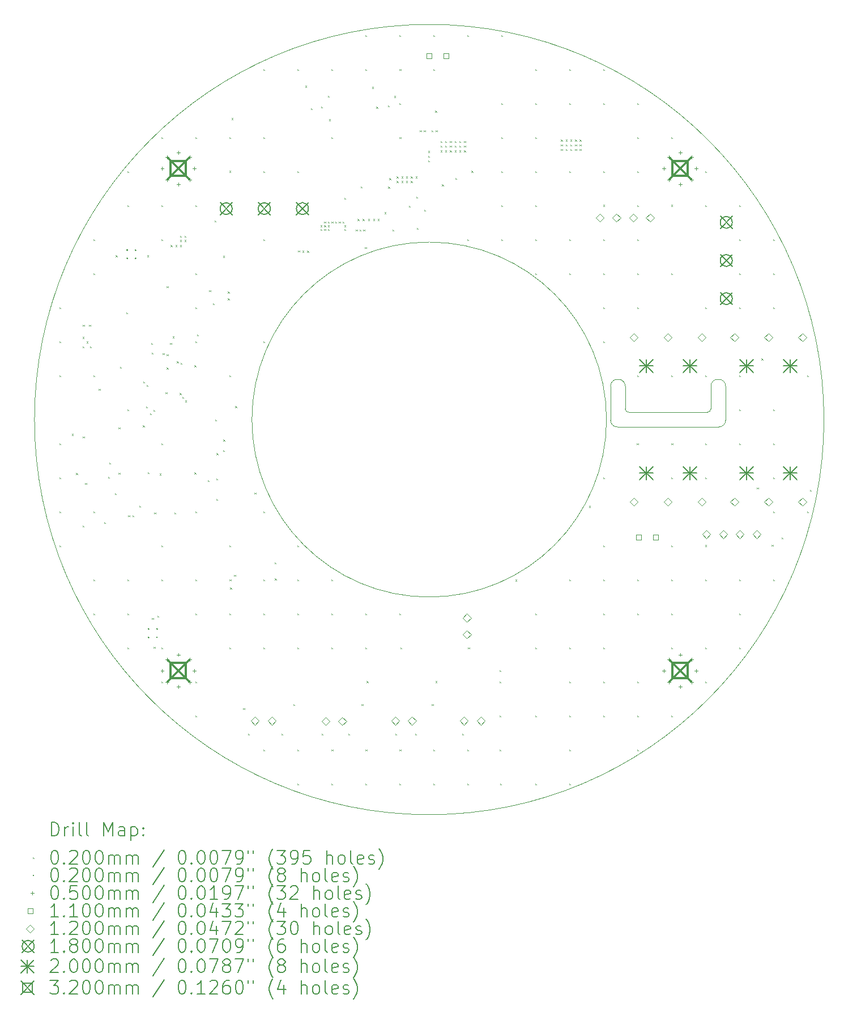
<source format=gbr>
%FSLAX45Y45*%
G04 Gerber Fmt 4.5, Leading zero omitted, Abs format (unit mm)*
G04 Created by KiCad (PCBNEW (6.0.0)) date 2022-08-29 10:29:10*
%MOMM*%
%LPD*%
G01*
G04 APERTURE LIST*
%TA.AperFunction,Profile*%
%ADD10C,0.050000*%
%TD*%
%TA.AperFunction,Profile*%
%ADD11C,0.100000*%
%TD*%
%ADD12C,0.200000*%
%ADD13C,0.020000*%
%ADD14C,0.050000*%
%ADD15C,0.110000*%
%ADD16C,0.120000*%
%ADD17C,0.180000*%
%ADD18C,0.320000*%
G04 APERTURE END LIST*
D10*
X18160000Y-9890000D02*
X16980000Y-9890000D01*
X18330000Y-10110000D02*
G75*
G03*
X18430000Y-10010000I0J100000D01*
G01*
X18430000Y-9500000D02*
G75*
G03*
X18330000Y-9400000I-100000J0D01*
G01*
X18310000Y-9400000D02*
G75*
G03*
X18210000Y-9500000I0J-100000D01*
G01*
X18160000Y-9890000D02*
G75*
G03*
X18210000Y-9840000I0J50000D01*
G01*
X16810000Y-9400000D02*
G75*
G03*
X16710000Y-9500000I0J-100000D01*
G01*
X16710000Y-9500000D02*
X16710000Y-10010000D01*
X16830000Y-9400000D02*
X16810000Y-9400000D01*
X16930000Y-9840000D02*
X16930000Y-9500000D01*
X16930000Y-9500000D02*
G75*
G03*
X16830000Y-9400000I-100000J0D01*
G01*
X16710000Y-10010000D02*
G75*
G03*
X16810000Y-10110000I100000J0D01*
G01*
X16930000Y-9840000D02*
G75*
G03*
X16980000Y-9890000I50000J0D01*
G01*
X18430000Y-10010000D02*
X18430000Y-9500000D01*
X18330000Y-9400000D02*
X18310000Y-9400000D01*
D11*
X19900000Y-10000000D02*
G75*
G03*
X19900000Y-10000000I-5900000J0D01*
G01*
D10*
X18210000Y-9500000D02*
X18210000Y-9840000D01*
X16810000Y-10110000D02*
X18330000Y-10110000D01*
D11*
X16650000Y-10000000D02*
G75*
G03*
X16650000Y-10000000I-2650000J0D01*
G01*
D12*
D13*
X8473600Y-8321200D02*
X8493600Y-8341200D01*
X8493600Y-8321200D02*
X8473600Y-8341200D01*
X8473600Y-8829200D02*
X8493600Y-8849200D01*
X8493600Y-8829200D02*
X8473600Y-8849200D01*
X8473600Y-9337200D02*
X8493600Y-9357200D01*
X8493600Y-9337200D02*
X8473600Y-9357200D01*
X8473600Y-10353200D02*
X8493600Y-10373200D01*
X8493600Y-10353200D02*
X8473600Y-10373200D01*
X8473600Y-10861200D02*
X8493600Y-10881200D01*
X8493600Y-10861200D02*
X8473600Y-10881200D01*
X8473600Y-11369200D02*
X8493600Y-11389200D01*
X8493600Y-11369200D02*
X8473600Y-11389200D01*
X8473600Y-11877200D02*
X8493600Y-11897200D01*
X8493600Y-11877200D02*
X8473600Y-11897200D01*
X8660000Y-10215000D02*
X8680000Y-10235000D01*
X8680000Y-10215000D02*
X8660000Y-10235000D01*
X8722500Y-10800000D02*
X8742500Y-10820000D01*
X8742500Y-10800000D02*
X8722500Y-10820000D01*
X8819040Y-8765700D02*
X8839040Y-8785700D01*
X8839040Y-8765700D02*
X8819040Y-8785700D01*
X8819040Y-8905400D02*
X8839040Y-8925400D01*
X8839040Y-8905400D02*
X8819040Y-8925400D01*
X8820000Y-11580000D02*
X8840000Y-11600000D01*
X8840000Y-11580000D02*
X8820000Y-11600000D01*
X8822500Y-10255000D02*
X8842500Y-10275000D01*
X8842500Y-10255000D02*
X8822500Y-10275000D01*
X8824120Y-8582820D02*
X8844120Y-8602820D01*
X8844120Y-8582820D02*
X8824120Y-8602820D01*
X8857500Y-10945000D02*
X8877500Y-10965000D01*
X8877500Y-10945000D02*
X8857500Y-10965000D01*
X8877460Y-8834280D02*
X8897460Y-8854280D01*
X8897460Y-8834280D02*
X8877460Y-8854280D01*
X8915560Y-8582820D02*
X8935560Y-8602820D01*
X8935560Y-8582820D02*
X8915560Y-8602820D01*
X8930800Y-8907940D02*
X8950800Y-8927940D01*
X8950800Y-8907940D02*
X8930800Y-8927940D01*
X8981600Y-7305200D02*
X9001600Y-7325200D01*
X9001600Y-7305200D02*
X8981600Y-7325200D01*
X8981600Y-7813200D02*
X9001600Y-7833200D01*
X9001600Y-7813200D02*
X8981600Y-7833200D01*
X8981600Y-9337200D02*
X9001600Y-9357200D01*
X9001600Y-9337200D02*
X8981600Y-9357200D01*
X8981600Y-11369200D02*
X9001600Y-11389200D01*
X9001600Y-11369200D02*
X8981600Y-11389200D01*
X8981600Y-12385200D02*
X9001600Y-12405200D01*
X9001600Y-12385200D02*
X8981600Y-12405200D01*
X8981600Y-12893200D02*
X9001600Y-12913200D01*
X9001600Y-12893200D02*
X8981600Y-12913200D01*
X9060000Y-9544000D02*
X9080000Y-9564000D01*
X9080000Y-9544000D02*
X9060000Y-9564000D01*
X9140000Y-11530000D02*
X9160000Y-11550000D01*
X9160000Y-11530000D02*
X9140000Y-11550000D01*
X9201000Y-10855000D02*
X9221000Y-10875000D01*
X9221000Y-10855000D02*
X9201000Y-10875000D01*
X9219000Y-10642000D02*
X9239000Y-10662000D01*
X9239000Y-10642000D02*
X9219000Y-10662000D01*
X9302000Y-11099000D02*
X9322000Y-11119000D01*
X9322000Y-11099000D02*
X9302000Y-11119000D01*
X9313000Y-7547000D02*
X9333000Y-7567000D01*
X9333000Y-7547000D02*
X9313000Y-7567000D01*
X9357000Y-10794000D02*
X9377000Y-10814000D01*
X9377000Y-10794000D02*
X9357000Y-10814000D01*
X9357500Y-10120000D02*
X9377500Y-10140000D01*
X9377500Y-10120000D02*
X9357500Y-10140000D01*
X9379000Y-9214000D02*
X9399000Y-9234000D01*
X9399000Y-9214000D02*
X9379000Y-9234000D01*
X9469280Y-8399940D02*
X9489280Y-8419940D01*
X9489280Y-8399940D02*
X9469280Y-8419940D01*
X9489600Y-6289200D02*
X9509600Y-6309200D01*
X9509600Y-6289200D02*
X9489600Y-6309200D01*
X9489600Y-6797200D02*
X9509600Y-6817200D01*
X9509600Y-6797200D02*
X9489600Y-6817200D01*
X9489600Y-9845200D02*
X9509600Y-9865200D01*
X9509600Y-9845200D02*
X9489600Y-9865200D01*
X9489600Y-12385200D02*
X9509600Y-12405200D01*
X9509600Y-12385200D02*
X9489600Y-12405200D01*
X9489600Y-13401200D02*
X9509600Y-13421200D01*
X9509600Y-13401200D02*
X9489600Y-13421200D01*
X9490000Y-12893000D02*
X9510000Y-12913000D01*
X9510000Y-12893000D02*
X9490000Y-12913000D01*
X9502000Y-11428000D02*
X9522000Y-11448000D01*
X9522000Y-11428000D02*
X9502000Y-11448000D01*
X9564000Y-11429000D02*
X9584000Y-11449000D01*
X9584000Y-11429000D02*
X9564000Y-11449000D01*
X9665000Y-11285000D02*
X9685000Y-11305000D01*
X9685000Y-11285000D02*
X9665000Y-11305000D01*
X9720000Y-10087500D02*
X9740000Y-10107500D01*
X9740000Y-10087500D02*
X9720000Y-10107500D01*
X9723000Y-9430000D02*
X9743000Y-9450000D01*
X9743000Y-9430000D02*
X9723000Y-9450000D01*
X9765000Y-9805000D02*
X9785000Y-9825000D01*
X9785000Y-9805000D02*
X9765000Y-9825000D01*
X9775000Y-9480000D02*
X9795000Y-9500000D01*
X9795000Y-9480000D02*
X9775000Y-9500000D01*
X9783000Y-7547000D02*
X9803000Y-7567000D01*
X9803000Y-7547000D02*
X9783000Y-7567000D01*
X9792000Y-10788000D02*
X9812000Y-10808000D01*
X9812000Y-10788000D02*
X9792000Y-10808000D01*
X9825000Y-9907500D02*
X9845000Y-9927500D01*
X9845000Y-9907500D02*
X9825000Y-9927500D01*
X9843900Y-8853360D02*
X9863900Y-8873360D01*
X9863900Y-8853360D02*
X9843900Y-8873360D01*
X9850000Y-9002500D02*
X9870000Y-9022500D01*
X9870000Y-9002500D02*
X9850000Y-9022500D01*
X9857500Y-12962500D02*
X9877500Y-12982500D01*
X9877500Y-12962500D02*
X9857500Y-12982500D01*
X9875000Y-9855000D02*
X9895000Y-9875000D01*
X9895000Y-9855000D02*
X9875000Y-9875000D01*
X9882500Y-13395000D02*
X9902500Y-13415000D01*
X9902500Y-13395000D02*
X9882500Y-13415000D01*
X9890000Y-11390000D02*
X9910000Y-11410000D01*
X9910000Y-11390000D02*
X9890000Y-11410000D01*
X9935000Y-12927500D02*
X9955000Y-12947500D01*
X9955000Y-12927500D02*
X9935000Y-12947500D01*
X9970000Y-10807500D02*
X9990000Y-10827500D01*
X9990000Y-10807500D02*
X9970000Y-10827500D01*
X9997600Y-5781200D02*
X10017600Y-5801200D01*
X10017600Y-5781200D02*
X9997600Y-5801200D01*
X9997600Y-6797200D02*
X10017600Y-6817200D01*
X10017600Y-6797200D02*
X9997600Y-6817200D01*
X9997600Y-7305200D02*
X10017600Y-7325200D01*
X10017600Y-7305200D02*
X9997600Y-7325200D01*
X9997600Y-10353200D02*
X10017600Y-10373200D01*
X10017600Y-10353200D02*
X9997600Y-10373200D01*
X9997600Y-11877200D02*
X10017600Y-11897200D01*
X10017600Y-11877200D02*
X9997600Y-11897200D01*
X9997600Y-12385200D02*
X10017600Y-12405200D01*
X10017600Y-12385200D02*
X9997600Y-12405200D01*
X9997600Y-13401200D02*
X10017600Y-13421200D01*
X10017600Y-13401200D02*
X9997600Y-13421200D01*
X9997600Y-13909200D02*
X10017600Y-13929200D01*
X10017600Y-13909200D02*
X9997600Y-13929200D01*
X10017920Y-9009540D02*
X10037920Y-9029540D01*
X10037920Y-9009540D02*
X10017920Y-9029540D01*
X10060000Y-9592500D02*
X10080000Y-9612500D01*
X10080000Y-9592500D02*
X10060000Y-9612500D01*
X10075000Y-8007500D02*
X10095000Y-8027500D01*
X10095000Y-8007500D02*
X10075000Y-8027500D01*
X10076340Y-9027320D02*
X10096340Y-9047320D01*
X10096340Y-9027320D02*
X10076340Y-9047320D01*
X10076340Y-9225000D02*
X10096340Y-9245000D01*
X10096340Y-9225000D02*
X10076340Y-9245000D01*
X10127140Y-8854600D02*
X10147140Y-8874600D01*
X10147140Y-8854600D02*
X10127140Y-8874600D01*
X10135000Y-7395000D02*
X10155000Y-7415000D01*
X10155000Y-7395000D02*
X10135000Y-7415000D01*
X10165000Y-8760000D02*
X10185000Y-8780000D01*
X10185000Y-8760000D02*
X10165000Y-8780000D01*
X10190000Y-11390000D02*
X10210000Y-11410000D01*
X10210000Y-11390000D02*
X10190000Y-11410000D01*
X10205000Y-7395000D02*
X10225000Y-7415000D01*
X10225000Y-7395000D02*
X10205000Y-7415000D01*
X10228740Y-9131460D02*
X10248740Y-9151460D01*
X10248740Y-9131460D02*
X10228740Y-9151460D01*
X10270000Y-9605000D02*
X10290000Y-9625000D01*
X10290000Y-9605000D02*
X10270000Y-9625000D01*
X10275000Y-7255000D02*
X10295000Y-7275000D01*
X10295000Y-7255000D02*
X10275000Y-7275000D01*
X10275000Y-7320000D02*
X10295000Y-7340000D01*
X10295000Y-7320000D02*
X10275000Y-7340000D01*
X10275000Y-7395000D02*
X10295000Y-7415000D01*
X10295000Y-7395000D02*
X10275000Y-7415000D01*
X10284620Y-9154320D02*
X10304620Y-9174320D01*
X10304620Y-9154320D02*
X10284620Y-9174320D01*
X10310000Y-9660000D02*
X10330000Y-9680000D01*
X10330000Y-9660000D02*
X10310000Y-9680000D01*
X10345000Y-7255000D02*
X10365000Y-7275000D01*
X10365000Y-7255000D02*
X10345000Y-7275000D01*
X10345000Y-7320000D02*
X10365000Y-7340000D01*
X10365000Y-7320000D02*
X10345000Y-7340000D01*
X10350000Y-9715000D02*
X10370000Y-9735000D01*
X10370000Y-9715000D02*
X10350000Y-9735000D01*
X10490000Y-9190000D02*
X10510000Y-9210000D01*
X10510000Y-9190000D02*
X10490000Y-9210000D01*
X10490000Y-10790000D02*
X10510000Y-10810000D01*
X10510000Y-10790000D02*
X10490000Y-10810000D01*
X10505600Y-5781200D02*
X10525600Y-5801200D01*
X10525600Y-5781200D02*
X10505600Y-5801200D01*
X10505600Y-6797200D02*
X10525600Y-6817200D01*
X10525600Y-6797200D02*
X10505600Y-6817200D01*
X10505600Y-7813200D02*
X10525600Y-7833200D01*
X10525600Y-7813200D02*
X10505600Y-7833200D01*
X10505600Y-8321200D02*
X10525600Y-8341200D01*
X10525600Y-8321200D02*
X10505600Y-8341200D01*
X10505600Y-8829200D02*
X10525600Y-8849200D01*
X10525600Y-8829200D02*
X10505600Y-8849200D01*
X10505600Y-11369200D02*
X10525600Y-11389200D01*
X10525600Y-11369200D02*
X10505600Y-11389200D01*
X10505600Y-12385200D02*
X10525600Y-12405200D01*
X10525600Y-12385200D02*
X10505600Y-12405200D01*
X10505600Y-12893200D02*
X10525600Y-12913200D01*
X10525600Y-12893200D02*
X10505600Y-12913200D01*
X10505600Y-13909200D02*
X10525600Y-13929200D01*
X10525600Y-13909200D02*
X10505600Y-13929200D01*
X10505600Y-14417200D02*
X10525600Y-14437200D01*
X10525600Y-14417200D02*
X10505600Y-14437200D01*
X10530000Y-8730000D02*
X10550000Y-8750000D01*
X10550000Y-8730000D02*
X10530000Y-8750000D01*
X10691000Y-10904000D02*
X10711000Y-10924000D01*
X10711000Y-10904000D02*
X10691000Y-10924000D01*
X10710000Y-8070000D02*
X10730000Y-8090000D01*
X10730000Y-8070000D02*
X10710000Y-8090000D01*
X10765000Y-8265000D02*
X10785000Y-8285000D01*
X10785000Y-8265000D02*
X10765000Y-8285000D01*
X10790000Y-7025000D02*
X10810000Y-7045000D01*
X10810000Y-7025000D02*
X10790000Y-7045000D01*
X10800000Y-10000000D02*
X10820000Y-10020000D01*
X10820000Y-10000000D02*
X10800000Y-10020000D01*
X10815000Y-11185000D02*
X10835000Y-11205000D01*
X10835000Y-11185000D02*
X10815000Y-11205000D01*
X10816250Y-10880750D02*
X10836250Y-10900750D01*
X10836250Y-10880750D02*
X10816250Y-10900750D01*
X10820000Y-10502500D02*
X10840000Y-10522500D01*
X10840000Y-10502500D02*
X10820000Y-10522500D01*
X10920000Y-7555000D02*
X10940000Y-7575000D01*
X10940000Y-7555000D02*
X10920000Y-7575000D01*
X10920000Y-10455000D02*
X10940000Y-10475000D01*
X10940000Y-10455000D02*
X10920000Y-10475000D01*
X10922500Y-10300000D02*
X10942500Y-10320000D01*
X10942500Y-10300000D02*
X10922500Y-10320000D01*
X10990000Y-8090000D02*
X11010000Y-8110000D01*
X11010000Y-8090000D02*
X10990000Y-8110000D01*
X10990000Y-8190000D02*
X11010000Y-8210000D01*
X11010000Y-8190000D02*
X10990000Y-8210000D01*
X11012000Y-5780000D02*
X11032000Y-5800000D01*
X11032000Y-5780000D02*
X11012000Y-5800000D01*
X11012000Y-12895000D02*
X11032000Y-12915000D01*
X11032000Y-12895000D02*
X11012000Y-12915000D01*
X11012000Y-13403000D02*
X11032000Y-13423000D01*
X11032000Y-13403000D02*
X11012000Y-13423000D01*
X11012400Y-6286800D02*
X11032400Y-6306800D01*
X11032400Y-6286800D02*
X11012400Y-6306800D01*
X11013600Y-9337200D02*
X11033600Y-9357200D01*
X11033600Y-9337200D02*
X11013600Y-9357200D01*
X11014000Y-11876000D02*
X11034000Y-11896000D01*
X11034000Y-11876000D02*
X11014000Y-11896000D01*
X11015000Y-12385000D02*
X11035000Y-12405000D01*
X11035000Y-12385000D02*
X11015000Y-12405000D01*
X11025000Y-12510000D02*
X11045000Y-12530000D01*
X11045000Y-12510000D02*
X11025000Y-12530000D01*
X11045000Y-5498000D02*
X11065000Y-5518000D01*
X11065000Y-5498000D02*
X11045000Y-5518000D01*
X11085000Y-12320000D02*
X11105000Y-12340000D01*
X11105000Y-12320000D02*
X11085000Y-12340000D01*
X11100000Y-9800000D02*
X11120000Y-9820000D01*
X11120000Y-9800000D02*
X11100000Y-9820000D01*
X11220000Y-14310000D02*
X11240000Y-14330000D01*
X11240000Y-14310000D02*
X11220000Y-14330000D01*
X11290000Y-14690000D02*
X11310000Y-14710000D01*
X11310000Y-14690000D02*
X11290000Y-14710000D01*
X11390000Y-11090000D02*
X11410000Y-11110000D01*
X11410000Y-11090000D02*
X11390000Y-11110000D01*
X11520000Y-6288000D02*
X11540000Y-6308000D01*
X11540000Y-6288000D02*
X11520000Y-6308000D01*
X11521600Y-4765200D02*
X11541600Y-4785200D01*
X11541600Y-4765200D02*
X11521600Y-4785200D01*
X11521600Y-5781200D02*
X11541600Y-5801200D01*
X11541600Y-5781200D02*
X11521600Y-5801200D01*
X11521600Y-7305200D02*
X11541600Y-7325200D01*
X11541600Y-7305200D02*
X11521600Y-7325200D01*
X11521600Y-8829200D02*
X11541600Y-8849200D01*
X11541600Y-8829200D02*
X11521600Y-8849200D01*
X11521600Y-11369200D02*
X11541600Y-11389200D01*
X11541600Y-11369200D02*
X11521600Y-11389200D01*
X11521600Y-12385200D02*
X11541600Y-12405200D01*
X11541600Y-12385200D02*
X11521600Y-12405200D01*
X11522000Y-12895000D02*
X11542000Y-12915000D01*
X11542000Y-12895000D02*
X11522000Y-12915000D01*
X11522000Y-13403000D02*
X11542000Y-13423000D01*
X11542000Y-13403000D02*
X11522000Y-13423000D01*
X11522000Y-14925000D02*
X11542000Y-14945000D01*
X11542000Y-14925000D02*
X11522000Y-14945000D01*
X11690000Y-12130000D02*
X11710000Y-12150000D01*
X11710000Y-12130000D02*
X11690000Y-12150000D01*
X11695000Y-12375000D02*
X11715000Y-12395000D01*
X11715000Y-12375000D02*
X11695000Y-12395000D01*
X11790000Y-14690000D02*
X11810000Y-14710000D01*
X11810000Y-14690000D02*
X11790000Y-14710000D01*
X11970000Y-14250000D02*
X11990000Y-14270000D01*
X11990000Y-14250000D02*
X11970000Y-14270000D01*
X12029600Y-4765200D02*
X12049600Y-4785200D01*
X12049600Y-4765200D02*
X12029600Y-4785200D01*
X12029600Y-6289200D02*
X12049600Y-6309200D01*
X12049600Y-6289200D02*
X12029600Y-6309200D01*
X12029600Y-11877200D02*
X12049600Y-11897200D01*
X12049600Y-11877200D02*
X12029600Y-11897200D01*
X12029600Y-12893200D02*
X12049600Y-12913200D01*
X12049600Y-12893200D02*
X12029600Y-12913200D01*
X12029600Y-15433200D02*
X12049600Y-15453200D01*
X12049600Y-15433200D02*
X12029600Y-15453200D01*
X12030000Y-12385000D02*
X12050000Y-12405000D01*
X12050000Y-12385000D02*
X12030000Y-12405000D01*
X12030000Y-13400000D02*
X12050000Y-13420000D01*
X12050000Y-13400000D02*
X12030000Y-13420000D01*
X12030000Y-14925000D02*
X12050000Y-14945000D01*
X12050000Y-14925000D02*
X12030000Y-14945000D01*
X12040000Y-7475000D02*
X12060000Y-7495000D01*
X12060000Y-7475000D02*
X12040000Y-7495000D01*
X12105000Y-7480000D02*
X12125000Y-7500000D01*
X12125000Y-7480000D02*
X12105000Y-7500000D01*
X12147500Y-5015000D02*
X12167500Y-5035000D01*
X12167500Y-5015000D02*
X12147500Y-5035000D01*
X12175000Y-7480000D02*
X12195000Y-7500000D01*
X12195000Y-7480000D02*
X12175000Y-7500000D01*
X12230000Y-5350000D02*
X12250000Y-5370000D01*
X12250000Y-5350000D02*
X12230000Y-5370000D01*
X12375000Y-7100000D02*
X12395000Y-7120000D01*
X12395000Y-7100000D02*
X12375000Y-7120000D01*
X12375000Y-7155000D02*
X12395000Y-7175000D01*
X12395000Y-7155000D02*
X12375000Y-7175000D01*
X12385200Y-5324000D02*
X12405200Y-5344000D01*
X12405200Y-5324000D02*
X12385200Y-5344000D01*
X12390000Y-14690000D02*
X12410000Y-14710000D01*
X12410000Y-14690000D02*
X12390000Y-14710000D01*
X12430000Y-7045000D02*
X12450000Y-7065000D01*
X12450000Y-7045000D02*
X12430000Y-7065000D01*
X12430000Y-7100000D02*
X12450000Y-7120000D01*
X12450000Y-7100000D02*
X12430000Y-7120000D01*
X12430000Y-7155000D02*
X12450000Y-7175000D01*
X12450000Y-7155000D02*
X12430000Y-7175000D01*
X12485000Y-5165000D02*
X12505000Y-5185000D01*
X12505000Y-5165000D02*
X12485000Y-5185000D01*
X12485000Y-7045000D02*
X12505000Y-7065000D01*
X12505000Y-7045000D02*
X12485000Y-7065000D01*
X12485000Y-7100000D02*
X12505000Y-7120000D01*
X12505000Y-7100000D02*
X12485000Y-7120000D01*
X12485000Y-7155000D02*
X12505000Y-7175000D01*
X12505000Y-7155000D02*
X12485000Y-7175000D01*
X12500000Y-5515000D02*
X12520000Y-5535000D01*
X12520000Y-5515000D02*
X12500000Y-5535000D01*
X12537600Y-4765200D02*
X12557600Y-4785200D01*
X12557600Y-4765200D02*
X12537600Y-4785200D01*
X12537600Y-5781200D02*
X12557600Y-5801200D01*
X12557600Y-5781200D02*
X12537600Y-5801200D01*
X12537600Y-12385200D02*
X12557600Y-12405200D01*
X12557600Y-12385200D02*
X12537600Y-12405200D01*
X12537600Y-12893200D02*
X12557600Y-12913200D01*
X12557600Y-12893200D02*
X12537600Y-12913200D01*
X12537600Y-13401200D02*
X12557600Y-13421200D01*
X12557600Y-13401200D02*
X12537600Y-13421200D01*
X12537600Y-15433200D02*
X12557600Y-15453200D01*
X12557600Y-15433200D02*
X12537600Y-15453200D01*
X12540000Y-7045000D02*
X12560000Y-7065000D01*
X12560000Y-7045000D02*
X12540000Y-7065000D01*
X12540000Y-14925000D02*
X12560000Y-14945000D01*
X12560000Y-14925000D02*
X12540000Y-14945000D01*
X12595000Y-7045000D02*
X12615000Y-7065000D01*
X12615000Y-7045000D02*
X12595000Y-7065000D01*
X12650000Y-7045000D02*
X12670000Y-7065000D01*
X12670000Y-7045000D02*
X12650000Y-7065000D01*
X12705000Y-7045000D02*
X12725000Y-7065000D01*
X12725000Y-7045000D02*
X12705000Y-7065000D01*
X12730000Y-6690000D02*
X12750000Y-6710000D01*
X12750000Y-6690000D02*
X12730000Y-6710000D01*
X12730000Y-7100000D02*
X12750000Y-7120000D01*
X12750000Y-7100000D02*
X12730000Y-7120000D01*
X12730000Y-7155000D02*
X12750000Y-7175000D01*
X12750000Y-7155000D02*
X12730000Y-7175000D01*
X12790000Y-14690000D02*
X12810000Y-14710000D01*
X12810000Y-14690000D02*
X12790000Y-14710000D01*
X12905000Y-7165000D02*
X12925000Y-7185000D01*
X12925000Y-7165000D02*
X12905000Y-7185000D01*
X12930000Y-7005000D02*
X12950000Y-7025000D01*
X12950000Y-7005000D02*
X12930000Y-7025000D01*
X12960000Y-7165000D02*
X12980000Y-7185000D01*
X12980000Y-7165000D02*
X12960000Y-7185000D01*
X12975000Y-6520000D02*
X12995000Y-6540000D01*
X12995000Y-6520000D02*
X12975000Y-6540000D01*
X12990000Y-14250000D02*
X13010000Y-14270000D01*
X13010000Y-14250000D02*
X12990000Y-14270000D01*
X13005000Y-7005000D02*
X13025000Y-7025000D01*
X13025000Y-7005000D02*
X13005000Y-7025000D01*
X13015000Y-7165000D02*
X13035000Y-7185000D01*
X13035000Y-7165000D02*
X13015000Y-7185000D01*
X13040000Y-7425000D02*
X13060000Y-7445000D01*
X13060000Y-7425000D02*
X13040000Y-7445000D01*
X13045000Y-12895000D02*
X13065000Y-12915000D01*
X13065000Y-12895000D02*
X13045000Y-12915000D01*
X13045000Y-13403000D02*
X13065000Y-13423000D01*
X13065000Y-13403000D02*
X13045000Y-13423000D01*
X13045600Y-4257200D02*
X13065600Y-4277200D01*
X13065600Y-4257200D02*
X13045600Y-4277200D01*
X13045600Y-4765200D02*
X13065600Y-4785200D01*
X13065600Y-4765200D02*
X13045600Y-4785200D01*
X13045600Y-15433200D02*
X13065600Y-15453200D01*
X13065600Y-15433200D02*
X13045600Y-15453200D01*
X13047000Y-14925000D02*
X13067000Y-14945000D01*
X13067000Y-14925000D02*
X13047000Y-14945000D01*
X13065000Y-13905000D02*
X13085000Y-13925000D01*
X13085000Y-13905000D02*
X13065000Y-13925000D01*
X13085000Y-7005000D02*
X13105000Y-7025000D01*
X13105000Y-7005000D02*
X13085000Y-7025000D01*
X13147500Y-5032500D02*
X13167500Y-5052500D01*
X13167500Y-5032500D02*
X13147500Y-5052500D01*
X13160000Y-7005000D02*
X13180000Y-7025000D01*
X13180000Y-7005000D02*
X13160000Y-7025000D01*
X13210000Y-5330000D02*
X13230000Y-5350000D01*
X13230000Y-5330000D02*
X13210000Y-5350000D01*
X13230000Y-7005000D02*
X13250000Y-7025000D01*
X13250000Y-7005000D02*
X13230000Y-7025000D01*
X13330000Y-6905000D02*
X13350000Y-6925000D01*
X13350000Y-6905000D02*
X13330000Y-6925000D01*
X13382500Y-5310000D02*
X13402500Y-5330000D01*
X13402500Y-5310000D02*
X13382500Y-5330000D01*
X13387500Y-6522500D02*
X13407500Y-6542500D01*
X13407500Y-6522500D02*
X13387500Y-6542500D01*
X13405000Y-6395000D02*
X13425000Y-6415000D01*
X13425000Y-6395000D02*
X13405000Y-6415000D01*
X13450000Y-7165000D02*
X13470000Y-7185000D01*
X13470000Y-7165000D02*
X13450000Y-7185000D01*
X13477500Y-5170000D02*
X13497500Y-5190000D01*
X13497500Y-5170000D02*
X13477500Y-5190000D01*
X13490000Y-14690000D02*
X13510000Y-14710000D01*
X13510000Y-14690000D02*
X13490000Y-14710000D01*
X13515000Y-6370000D02*
X13535000Y-6390000D01*
X13535000Y-6370000D02*
X13515000Y-6390000D01*
X13515000Y-6440000D02*
X13535000Y-6460000D01*
X13535000Y-6440000D02*
X13515000Y-6460000D01*
X13553600Y-4257200D02*
X13573600Y-4277200D01*
X13573600Y-4257200D02*
X13553600Y-4277200D01*
X13553600Y-5273200D02*
X13573600Y-5293200D01*
X13573600Y-5273200D02*
X13553600Y-5293200D01*
X13553600Y-12893200D02*
X13573600Y-12913200D01*
X13573600Y-12893200D02*
X13553600Y-12913200D01*
X13553600Y-15433200D02*
X13573600Y-15453200D01*
X13573600Y-15433200D02*
X13553600Y-15453200D01*
X13555000Y-4768000D02*
X13575000Y-4788000D01*
X13575000Y-4768000D02*
X13555000Y-4788000D01*
X13555000Y-5780000D02*
X13575000Y-5800000D01*
X13575000Y-5780000D02*
X13555000Y-5800000D01*
X13555000Y-14925000D02*
X13575000Y-14945000D01*
X13575000Y-14925000D02*
X13555000Y-14945000D01*
X13567000Y-13400000D02*
X13587000Y-13420000D01*
X13587000Y-13400000D02*
X13567000Y-13420000D01*
X13585000Y-6370000D02*
X13605000Y-6390000D01*
X13605000Y-6370000D02*
X13585000Y-6390000D01*
X13585000Y-6440000D02*
X13605000Y-6460000D01*
X13605000Y-6440000D02*
X13585000Y-6460000D01*
X13655000Y-6370000D02*
X13675000Y-6390000D01*
X13675000Y-6370000D02*
X13655000Y-6390000D01*
X13655000Y-6440000D02*
X13675000Y-6460000D01*
X13675000Y-6440000D02*
X13655000Y-6460000D01*
X13697500Y-6805000D02*
X13717500Y-6825000D01*
X13717500Y-6805000D02*
X13697500Y-6825000D01*
X13725000Y-6370000D02*
X13745000Y-6390000D01*
X13745000Y-6370000D02*
X13725000Y-6390000D01*
X13725000Y-6440000D02*
X13745000Y-6460000D01*
X13745000Y-6440000D02*
X13725000Y-6460000D01*
X13790000Y-14690000D02*
X13810000Y-14710000D01*
X13810000Y-14690000D02*
X13790000Y-14710000D01*
X13795000Y-6370000D02*
X13815000Y-6390000D01*
X13815000Y-6370000D02*
X13795000Y-6390000D01*
X13807600Y-6670200D02*
X13827600Y-6690200D01*
X13827600Y-6670200D02*
X13807600Y-6690200D01*
X13815000Y-7135000D02*
X13835000Y-7155000D01*
X13835000Y-7135000D02*
X13815000Y-7155000D01*
X13860000Y-5680000D02*
X13880000Y-5700000D01*
X13880000Y-5680000D02*
X13860000Y-5700000D01*
X13920000Y-5680000D02*
X13940000Y-5700000D01*
X13940000Y-5680000D02*
X13920000Y-5700000D01*
X13925000Y-6865000D02*
X13945000Y-6885000D01*
X13945000Y-6865000D02*
X13925000Y-6885000D01*
X13985000Y-5990000D02*
X14005000Y-6010000D01*
X14005000Y-5990000D02*
X13985000Y-6010000D01*
X13985000Y-6060000D02*
X14005000Y-6080000D01*
X14005000Y-6060000D02*
X13985000Y-6080000D01*
X13985000Y-6130000D02*
X14005000Y-6150000D01*
X14005000Y-6130000D02*
X13985000Y-6150000D01*
X14037000Y-5682000D02*
X14057000Y-5702000D01*
X14057000Y-5682000D02*
X14037000Y-5702000D01*
X14040000Y-14250000D02*
X14060000Y-14270000D01*
X14060000Y-14250000D02*
X14040000Y-14270000D01*
X14061600Y-4257200D02*
X14081600Y-4277200D01*
X14081600Y-4257200D02*
X14061600Y-4277200D01*
X14061600Y-4765200D02*
X14081600Y-4785200D01*
X14081600Y-4765200D02*
X14061600Y-4785200D01*
X14061600Y-15433200D02*
X14081600Y-15453200D01*
X14081600Y-15433200D02*
X14061600Y-15453200D01*
X14062000Y-14925000D02*
X14082000Y-14945000D01*
X14082000Y-14925000D02*
X14062000Y-14945000D01*
X14090000Y-5390000D02*
X14110000Y-5410000D01*
X14110000Y-5390000D02*
X14090000Y-5410000D01*
X14095000Y-13905000D02*
X14115000Y-13925000D01*
X14115000Y-13905000D02*
X14095000Y-13925000D01*
X14097500Y-5682500D02*
X14117500Y-5702500D01*
X14117500Y-5682500D02*
X14097500Y-5702500D01*
X14170000Y-5840000D02*
X14190000Y-5860000D01*
X14190000Y-5840000D02*
X14170000Y-5860000D01*
X14170000Y-5910000D02*
X14190000Y-5930000D01*
X14190000Y-5910000D02*
X14170000Y-5930000D01*
X14170000Y-5980000D02*
X14190000Y-6000000D01*
X14190000Y-5980000D02*
X14170000Y-6000000D01*
X14190000Y-6490000D02*
X14210000Y-6510000D01*
X14210000Y-6490000D02*
X14190000Y-6510000D01*
X14240000Y-5840000D02*
X14260000Y-5860000D01*
X14260000Y-5840000D02*
X14240000Y-5860000D01*
X14240000Y-5910000D02*
X14260000Y-5930000D01*
X14260000Y-5910000D02*
X14240000Y-5930000D01*
X14240000Y-5980000D02*
X14260000Y-6000000D01*
X14260000Y-5980000D02*
X14240000Y-6000000D01*
X14310000Y-5840000D02*
X14330000Y-5860000D01*
X14330000Y-5840000D02*
X14310000Y-5860000D01*
X14310000Y-5910000D02*
X14330000Y-5930000D01*
X14330000Y-5910000D02*
X14310000Y-5930000D01*
X14310000Y-5980000D02*
X14330000Y-6000000D01*
X14330000Y-5980000D02*
X14310000Y-6000000D01*
X14380000Y-5840000D02*
X14400000Y-5860000D01*
X14400000Y-5840000D02*
X14380000Y-5860000D01*
X14380000Y-5910000D02*
X14400000Y-5930000D01*
X14400000Y-5910000D02*
X14380000Y-5930000D01*
X14380000Y-5980000D02*
X14400000Y-6000000D01*
X14400000Y-5980000D02*
X14380000Y-6000000D01*
X14390000Y-6390000D02*
X14410000Y-6410000D01*
X14410000Y-6390000D02*
X14390000Y-6410000D01*
X14450000Y-5840000D02*
X14470000Y-5860000D01*
X14470000Y-5840000D02*
X14450000Y-5860000D01*
X14450000Y-5910000D02*
X14470000Y-5930000D01*
X14470000Y-5910000D02*
X14450000Y-5930000D01*
X14450000Y-5980000D02*
X14470000Y-6000000D01*
X14470000Y-5980000D02*
X14450000Y-6000000D01*
X14490000Y-14690000D02*
X14510000Y-14710000D01*
X14510000Y-14690000D02*
X14490000Y-14710000D01*
X14520000Y-5840000D02*
X14540000Y-5860000D01*
X14540000Y-5840000D02*
X14520000Y-5860000D01*
X14520000Y-5910000D02*
X14540000Y-5930000D01*
X14540000Y-5910000D02*
X14520000Y-5930000D01*
X14520000Y-5980000D02*
X14540000Y-6000000D01*
X14540000Y-5980000D02*
X14520000Y-6000000D01*
X14569600Y-4257200D02*
X14589600Y-4277200D01*
X14589600Y-4257200D02*
X14569600Y-4277200D01*
X14569600Y-7305200D02*
X14589600Y-7325200D01*
X14589600Y-7305200D02*
X14569600Y-7325200D01*
X14569600Y-15433200D02*
X14589600Y-15453200D01*
X14589600Y-15433200D02*
X14569600Y-15453200D01*
X14570000Y-14925000D02*
X14590000Y-14945000D01*
X14590000Y-14925000D02*
X14570000Y-14945000D01*
X14580000Y-13400000D02*
X14600000Y-13420000D01*
X14600000Y-13400000D02*
X14580000Y-13420000D01*
X14630000Y-6285000D02*
X14650000Y-6305000D01*
X14650000Y-6285000D02*
X14630000Y-6305000D01*
X15050000Y-13740000D02*
X15070000Y-13760000D01*
X15070000Y-13740000D02*
X15050000Y-13760000D01*
X15050000Y-13910000D02*
X15070000Y-13930000D01*
X15070000Y-13910000D02*
X15050000Y-13930000D01*
X15050000Y-14417200D02*
X15070000Y-14437200D01*
X15070000Y-14417200D02*
X15050000Y-14437200D01*
X15050000Y-14925000D02*
X15070000Y-14945000D01*
X15070000Y-14925000D02*
X15050000Y-14945000D01*
X15060000Y-15433200D02*
X15080000Y-15453200D01*
X15080000Y-15433200D02*
X15060000Y-15453200D01*
X15077000Y-6797000D02*
X15097000Y-6817000D01*
X15097000Y-6797000D02*
X15077000Y-6817000D01*
X15077600Y-4257200D02*
X15097600Y-4277200D01*
X15097600Y-4257200D02*
X15077600Y-4277200D01*
X15077600Y-5273200D02*
X15097600Y-5293200D01*
X15097600Y-5273200D02*
X15077600Y-5293200D01*
X15077600Y-5781200D02*
X15097600Y-5801200D01*
X15097600Y-5781200D02*
X15077600Y-5801200D01*
X15077600Y-6289200D02*
X15097600Y-6309200D01*
X15097600Y-6289200D02*
X15077600Y-6309200D01*
X15077600Y-7305200D02*
X15097600Y-7325200D01*
X15097600Y-7305200D02*
X15077600Y-7325200D01*
X15290000Y-12390000D02*
X15310000Y-12410000D01*
X15310000Y-12390000D02*
X15290000Y-12410000D01*
X15585000Y-7305000D02*
X15605000Y-7325000D01*
X15605000Y-7305000D02*
X15585000Y-7325000D01*
X15585600Y-4765200D02*
X15605600Y-4785200D01*
X15605600Y-4765200D02*
X15585600Y-4785200D01*
X15585600Y-5273200D02*
X15605600Y-5293200D01*
X15605600Y-5273200D02*
X15585600Y-5293200D01*
X15585600Y-5781200D02*
X15605600Y-5801200D01*
X15605600Y-5781200D02*
X15585600Y-5801200D01*
X15585600Y-6289200D02*
X15605600Y-6309200D01*
X15605600Y-6289200D02*
X15585600Y-6309200D01*
X15585600Y-6797200D02*
X15605600Y-6817200D01*
X15605600Y-6797200D02*
X15585600Y-6817200D01*
X15585600Y-7813200D02*
X15605600Y-7833200D01*
X15605600Y-7813200D02*
X15585600Y-7833200D01*
X15585600Y-12893200D02*
X15605600Y-12913200D01*
X15605600Y-12893200D02*
X15585600Y-12913200D01*
X15585600Y-13401200D02*
X15605600Y-13421200D01*
X15605600Y-13401200D02*
X15585600Y-13421200D01*
X15585600Y-14417200D02*
X15605600Y-14437200D01*
X15605600Y-14417200D02*
X15585600Y-14437200D01*
X15585600Y-15433200D02*
X15605600Y-15453200D01*
X15605600Y-15433200D02*
X15585600Y-15453200D01*
X15970000Y-5820000D02*
X15990000Y-5840000D01*
X15990000Y-5820000D02*
X15970000Y-5840000D01*
X15970000Y-5890000D02*
X15990000Y-5910000D01*
X15990000Y-5890000D02*
X15970000Y-5910000D01*
X15970000Y-5960000D02*
X15990000Y-5980000D01*
X15990000Y-5960000D02*
X15970000Y-5980000D01*
X16040000Y-5820000D02*
X16060000Y-5840000D01*
X16060000Y-5820000D02*
X16040000Y-5840000D01*
X16040000Y-5890000D02*
X16060000Y-5910000D01*
X16060000Y-5890000D02*
X16040000Y-5910000D01*
X16040000Y-5960000D02*
X16060000Y-5980000D01*
X16060000Y-5960000D02*
X16040000Y-5980000D01*
X16092500Y-7304500D02*
X16112500Y-7324500D01*
X16112500Y-7304500D02*
X16092500Y-7324500D01*
X16092500Y-7812500D02*
X16112500Y-7832500D01*
X16112500Y-7812500D02*
X16092500Y-7832500D01*
X16093600Y-4765200D02*
X16113600Y-4785200D01*
X16113600Y-4765200D02*
X16093600Y-4785200D01*
X16093600Y-5273200D02*
X16113600Y-5293200D01*
X16113600Y-5273200D02*
X16093600Y-5293200D01*
X16093600Y-6289200D02*
X16113600Y-6309200D01*
X16113600Y-6289200D02*
X16093600Y-6309200D01*
X16093600Y-12385200D02*
X16113600Y-12405200D01*
X16113600Y-12385200D02*
X16093600Y-12405200D01*
X16093600Y-13401200D02*
X16113600Y-13421200D01*
X16113600Y-13401200D02*
X16093600Y-13421200D01*
X16093600Y-13909200D02*
X16113600Y-13929200D01*
X16113600Y-13909200D02*
X16093600Y-13929200D01*
X16093600Y-14417200D02*
X16113600Y-14437200D01*
X16113600Y-14417200D02*
X16093600Y-14437200D01*
X16093600Y-14925200D02*
X16113600Y-14945200D01*
X16113600Y-14925200D02*
X16093600Y-14945200D01*
X16093600Y-15433200D02*
X16113600Y-15453200D01*
X16113600Y-15433200D02*
X16093600Y-15453200D01*
X16110000Y-5820000D02*
X16130000Y-5840000D01*
X16130000Y-5820000D02*
X16110000Y-5840000D01*
X16110000Y-5890000D02*
X16130000Y-5910000D01*
X16130000Y-5890000D02*
X16110000Y-5910000D01*
X16110000Y-5960000D02*
X16130000Y-5980000D01*
X16130000Y-5960000D02*
X16110000Y-5980000D01*
X16180000Y-5820000D02*
X16200000Y-5840000D01*
X16200000Y-5820000D02*
X16180000Y-5840000D01*
X16180000Y-5890000D02*
X16200000Y-5910000D01*
X16200000Y-5890000D02*
X16180000Y-5910000D01*
X16180000Y-5960000D02*
X16200000Y-5980000D01*
X16200000Y-5960000D02*
X16180000Y-5980000D01*
X16250000Y-5820000D02*
X16270000Y-5840000D01*
X16270000Y-5820000D02*
X16250000Y-5840000D01*
X16250000Y-5890000D02*
X16270000Y-5910000D01*
X16270000Y-5890000D02*
X16250000Y-5910000D01*
X16250000Y-5960000D02*
X16270000Y-5980000D01*
X16270000Y-5960000D02*
X16250000Y-5980000D01*
X16390000Y-11290000D02*
X16410000Y-11310000D01*
X16410000Y-11290000D02*
X16390000Y-11310000D01*
X16600000Y-6795000D02*
X16620000Y-6815000D01*
X16620000Y-6795000D02*
X16600000Y-6815000D01*
X16601600Y-4765200D02*
X16621600Y-4785200D01*
X16621600Y-4765200D02*
X16601600Y-4785200D01*
X16601600Y-5273200D02*
X16621600Y-5293200D01*
X16621600Y-5273200D02*
X16601600Y-5293200D01*
X16601600Y-6289200D02*
X16621600Y-6309200D01*
X16621600Y-6289200D02*
X16601600Y-6309200D01*
X16601600Y-7305200D02*
X16621600Y-7325200D01*
X16621600Y-7305200D02*
X16601600Y-7325200D01*
X16601600Y-7813200D02*
X16621600Y-7833200D01*
X16621600Y-7813200D02*
X16601600Y-7833200D01*
X16601600Y-8829200D02*
X16621600Y-8849200D01*
X16621600Y-8829200D02*
X16601600Y-8849200D01*
X16601600Y-10861200D02*
X16621600Y-10881200D01*
X16621600Y-10861200D02*
X16601600Y-10881200D01*
X16601600Y-11877200D02*
X16621600Y-11897200D01*
X16621600Y-11877200D02*
X16601600Y-11897200D01*
X16601600Y-12385200D02*
X16621600Y-12405200D01*
X16621600Y-12385200D02*
X16601600Y-12405200D01*
X16601600Y-12893200D02*
X16621600Y-12913200D01*
X16621600Y-12893200D02*
X16601600Y-12913200D01*
X16601600Y-13401200D02*
X16621600Y-13421200D01*
X16621600Y-13401200D02*
X16601600Y-13421200D01*
X16601600Y-13909200D02*
X16621600Y-13929200D01*
X16621600Y-13909200D02*
X16601600Y-13929200D01*
X16601600Y-14417200D02*
X16621600Y-14437200D01*
X16621600Y-14417200D02*
X16601600Y-14437200D01*
X16602000Y-8322500D02*
X16622000Y-8342500D01*
X16622000Y-8322500D02*
X16602000Y-8342500D01*
X17105000Y-10355000D02*
X17125000Y-10375000D01*
X17125000Y-10355000D02*
X17105000Y-10375000D01*
X17109600Y-5273200D02*
X17129600Y-5293200D01*
X17129600Y-5273200D02*
X17109600Y-5293200D01*
X17109600Y-5781200D02*
X17129600Y-5801200D01*
X17129600Y-5781200D02*
X17109600Y-5801200D01*
X17109600Y-6289200D02*
X17129600Y-6309200D01*
X17129600Y-6289200D02*
X17109600Y-6309200D01*
X17109600Y-6797200D02*
X17129600Y-6817200D01*
X17129600Y-6797200D02*
X17109600Y-6817200D01*
X17109600Y-7813200D02*
X17129600Y-7833200D01*
X17129600Y-7813200D02*
X17109600Y-7833200D01*
X17109600Y-8321200D02*
X17129600Y-8341200D01*
X17129600Y-8321200D02*
X17109600Y-8341200D01*
X17109600Y-9337200D02*
X17129600Y-9357200D01*
X17129600Y-9337200D02*
X17109600Y-9357200D01*
X17109600Y-12385200D02*
X17129600Y-12405200D01*
X17129600Y-12385200D02*
X17109600Y-12405200D01*
X17109600Y-12893200D02*
X17129600Y-12913200D01*
X17129600Y-12893200D02*
X17109600Y-12913200D01*
X17109600Y-13909200D02*
X17129600Y-13929200D01*
X17129600Y-13909200D02*
X17109600Y-13929200D01*
X17109600Y-14417200D02*
X17129600Y-14437200D01*
X17129600Y-14417200D02*
X17109600Y-14437200D01*
X17109600Y-14925200D02*
X17129600Y-14945200D01*
X17129600Y-14925200D02*
X17109600Y-14945200D01*
X17110000Y-7305000D02*
X17130000Y-7325000D01*
X17130000Y-7305000D02*
X17110000Y-7325000D01*
X17617000Y-6795000D02*
X17637000Y-6815000D01*
X17637000Y-6795000D02*
X17617000Y-6815000D01*
X17617600Y-5781200D02*
X17637600Y-5801200D01*
X17637600Y-5781200D02*
X17617600Y-5801200D01*
X17617600Y-7813200D02*
X17637600Y-7833200D01*
X17637600Y-7813200D02*
X17617600Y-7833200D01*
X17617600Y-9337200D02*
X17637600Y-9357200D01*
X17637600Y-9337200D02*
X17617600Y-9357200D01*
X17617600Y-10861200D02*
X17637600Y-10881200D01*
X17637600Y-10861200D02*
X17617600Y-10881200D01*
X17617600Y-11877200D02*
X17637600Y-11897200D01*
X17637600Y-11877200D02*
X17617600Y-11897200D01*
X17617600Y-12385200D02*
X17637600Y-12405200D01*
X17637600Y-12385200D02*
X17617600Y-12405200D01*
X17617600Y-12893200D02*
X17637600Y-12913200D01*
X17637600Y-12893200D02*
X17617600Y-12913200D01*
X17617600Y-13401200D02*
X17637600Y-13421200D01*
X17637600Y-13401200D02*
X17617600Y-13421200D01*
X17617600Y-14417200D02*
X17637600Y-14437200D01*
X17637600Y-14417200D02*
X17617600Y-14437200D01*
X17620000Y-10355000D02*
X17640000Y-10375000D01*
X17640000Y-10355000D02*
X17620000Y-10375000D01*
X18125000Y-10355000D02*
X18145000Y-10375000D01*
X18145000Y-10355000D02*
X18125000Y-10375000D01*
X18125000Y-11875000D02*
X18145000Y-11895000D01*
X18145000Y-11875000D02*
X18125000Y-11895000D01*
X18125600Y-6289200D02*
X18145600Y-6309200D01*
X18145600Y-6289200D02*
X18125600Y-6309200D01*
X18125600Y-6797200D02*
X18145600Y-6817200D01*
X18145600Y-6797200D02*
X18125600Y-6817200D01*
X18125600Y-8321200D02*
X18145600Y-8341200D01*
X18145600Y-8321200D02*
X18125600Y-8341200D01*
X18125600Y-9337200D02*
X18145600Y-9357200D01*
X18145600Y-9337200D02*
X18125600Y-9357200D01*
X18125600Y-10861200D02*
X18145600Y-10881200D01*
X18145600Y-10861200D02*
X18125600Y-10881200D01*
X18125600Y-12385200D02*
X18145600Y-12405200D01*
X18145600Y-12385200D02*
X18125600Y-12405200D01*
X18125600Y-13401200D02*
X18145600Y-13421200D01*
X18145600Y-13401200D02*
X18125600Y-13421200D01*
X18125600Y-13909200D02*
X18145600Y-13929200D01*
X18145600Y-13909200D02*
X18125600Y-13929200D01*
X18633600Y-6797200D02*
X18653600Y-6817200D01*
X18653600Y-6797200D02*
X18633600Y-6817200D01*
X18633600Y-7305200D02*
X18653600Y-7325200D01*
X18653600Y-7305200D02*
X18633600Y-7325200D01*
X18633600Y-7813200D02*
X18653600Y-7833200D01*
X18653600Y-7813200D02*
X18633600Y-7833200D01*
X18633600Y-8321200D02*
X18653600Y-8341200D01*
X18653600Y-8321200D02*
X18633600Y-8341200D01*
X18633600Y-9337200D02*
X18653600Y-9357200D01*
X18653600Y-9337200D02*
X18633600Y-9357200D01*
X18633600Y-9845200D02*
X18653600Y-9865200D01*
X18653600Y-9845200D02*
X18633600Y-9865200D01*
X18633600Y-10353200D02*
X18653600Y-10373200D01*
X18653600Y-10353200D02*
X18633600Y-10373200D01*
X18633600Y-12385200D02*
X18653600Y-12405200D01*
X18653600Y-12385200D02*
X18633600Y-12405200D01*
X18633600Y-12893200D02*
X18653600Y-12913200D01*
X18653600Y-12893200D02*
X18633600Y-12913200D01*
X18633600Y-13401200D02*
X18653600Y-13421200D01*
X18653600Y-13401200D02*
X18633600Y-13421200D01*
X18900000Y-11017500D02*
X18920000Y-11037500D01*
X18920000Y-11017500D02*
X18900000Y-11037500D01*
X18966500Y-9088500D02*
X18986500Y-9108500D01*
X18986500Y-9088500D02*
X18966500Y-9108500D01*
X19120000Y-11870000D02*
X19140000Y-11890000D01*
X19140000Y-11870000D02*
X19120000Y-11890000D01*
X19141600Y-7305200D02*
X19161600Y-7325200D01*
X19161600Y-7305200D02*
X19141600Y-7325200D01*
X19141600Y-7813200D02*
X19161600Y-7833200D01*
X19161600Y-7813200D02*
X19141600Y-7833200D01*
X19141600Y-8321200D02*
X19161600Y-8341200D01*
X19161600Y-8321200D02*
X19141600Y-8341200D01*
X19141600Y-9845200D02*
X19161600Y-9865200D01*
X19161600Y-9845200D02*
X19141600Y-9865200D01*
X19141600Y-10353200D02*
X19161600Y-10373200D01*
X19161600Y-10353200D02*
X19141600Y-10373200D01*
X19141600Y-10861200D02*
X19161600Y-10881200D01*
X19161600Y-10861200D02*
X19141600Y-10881200D01*
X19141600Y-11369200D02*
X19161600Y-11389200D01*
X19161600Y-11369200D02*
X19141600Y-11389200D01*
X19141600Y-12385200D02*
X19161600Y-12405200D01*
X19161600Y-12385200D02*
X19141600Y-12405200D01*
X19265000Y-11760000D02*
X19285000Y-11780000D01*
X19285000Y-11760000D02*
X19265000Y-11780000D01*
X19649600Y-9337200D02*
X19669600Y-9357200D01*
X19669600Y-9337200D02*
X19649600Y-9357200D01*
X19649600Y-11369200D02*
X19669600Y-11389200D01*
X19669600Y-11369200D02*
X19649600Y-11389200D01*
X19690000Y-11050000D02*
X19710000Y-11070000D01*
X19710000Y-11050000D02*
X19690000Y-11070000D01*
X9495500Y-7469500D02*
G75*
G03*
X9495500Y-7469500I-10000J0D01*
G01*
X9495500Y-7594500D02*
G75*
G03*
X9495500Y-7594500I-10000J0D01*
G01*
X9620500Y-7469500D02*
G75*
G03*
X9620500Y-7469500I-10000J0D01*
G01*
X9620500Y-7594500D02*
G75*
G03*
X9620500Y-7594500I-10000J0D01*
G01*
X9815000Y-13127500D02*
G75*
G03*
X9815000Y-13127500I-10000J0D01*
G01*
X9815000Y-13252500D02*
G75*
G03*
X9815000Y-13252500I-10000J0D01*
G01*
X9940000Y-13127500D02*
G75*
G03*
X9940000Y-13127500I-10000J0D01*
G01*
X9940000Y-13252500D02*
G75*
G03*
X9940000Y-13252500I-10000J0D01*
G01*
D14*
X10010000Y-6225000D02*
X10010000Y-6275000D01*
X9985000Y-6250000D02*
X10035000Y-6250000D01*
X10010000Y-13725000D02*
X10010000Y-13775000D01*
X9985000Y-13750000D02*
X10035000Y-13750000D01*
X10080294Y-6055294D02*
X10080294Y-6105294D01*
X10055294Y-6080294D02*
X10105294Y-6080294D01*
X10080294Y-6394706D02*
X10080294Y-6444706D01*
X10055294Y-6419706D02*
X10105294Y-6419706D01*
X10080294Y-13555294D02*
X10080294Y-13605294D01*
X10055294Y-13580294D02*
X10105294Y-13580294D01*
X10080294Y-13894706D02*
X10080294Y-13944706D01*
X10055294Y-13919706D02*
X10105294Y-13919706D01*
X10250000Y-5985000D02*
X10250000Y-6035000D01*
X10225000Y-6010000D02*
X10275000Y-6010000D01*
X10250000Y-6465000D02*
X10250000Y-6515000D01*
X10225000Y-6490000D02*
X10275000Y-6490000D01*
X10250000Y-13485000D02*
X10250000Y-13535000D01*
X10225000Y-13510000D02*
X10275000Y-13510000D01*
X10250000Y-13965000D02*
X10250000Y-14015000D01*
X10225000Y-13990000D02*
X10275000Y-13990000D01*
X10419706Y-6055294D02*
X10419706Y-6105294D01*
X10394706Y-6080294D02*
X10444706Y-6080294D01*
X10419706Y-6394706D02*
X10419706Y-6444706D01*
X10394706Y-6419706D02*
X10444706Y-6419706D01*
X10419706Y-13555294D02*
X10419706Y-13605294D01*
X10394706Y-13580294D02*
X10444706Y-13580294D01*
X10419706Y-13894706D02*
X10419706Y-13944706D01*
X10394706Y-13919706D02*
X10444706Y-13919706D01*
X10490000Y-6225000D02*
X10490000Y-6275000D01*
X10465000Y-6250000D02*
X10515000Y-6250000D01*
X10490000Y-13725000D02*
X10490000Y-13775000D01*
X10465000Y-13750000D02*
X10515000Y-13750000D01*
X17510000Y-6225000D02*
X17510000Y-6275000D01*
X17485000Y-6250000D02*
X17535000Y-6250000D01*
X17510000Y-13725000D02*
X17510000Y-13775000D01*
X17485000Y-13750000D02*
X17535000Y-13750000D01*
X17580294Y-6055294D02*
X17580294Y-6105294D01*
X17555294Y-6080294D02*
X17605294Y-6080294D01*
X17580294Y-6394706D02*
X17580294Y-6444706D01*
X17555294Y-6419706D02*
X17605294Y-6419706D01*
X17580294Y-13555294D02*
X17580294Y-13605294D01*
X17555294Y-13580294D02*
X17605294Y-13580294D01*
X17580294Y-13894706D02*
X17580294Y-13944706D01*
X17555294Y-13919706D02*
X17605294Y-13919706D01*
X17750000Y-5985000D02*
X17750000Y-6035000D01*
X17725000Y-6010000D02*
X17775000Y-6010000D01*
X17750000Y-6465000D02*
X17750000Y-6515000D01*
X17725000Y-6490000D02*
X17775000Y-6490000D01*
X17750000Y-13485000D02*
X17750000Y-13535000D01*
X17725000Y-13510000D02*
X17775000Y-13510000D01*
X17750000Y-13965000D02*
X17750000Y-14015000D01*
X17725000Y-13990000D02*
X17775000Y-13990000D01*
X17919706Y-6055294D02*
X17919706Y-6105294D01*
X17894706Y-6080294D02*
X17944706Y-6080294D01*
X17919706Y-6394706D02*
X17919706Y-6444706D01*
X17894706Y-6419706D02*
X17944706Y-6419706D01*
X17919706Y-13555294D02*
X17919706Y-13605294D01*
X17894706Y-13580294D02*
X17944706Y-13580294D01*
X17919706Y-13894706D02*
X17919706Y-13944706D01*
X17894706Y-13919706D02*
X17944706Y-13919706D01*
X17990000Y-6225000D02*
X17990000Y-6275000D01*
X17965000Y-6250000D02*
X18015000Y-6250000D01*
X17990000Y-13725000D02*
X17990000Y-13775000D01*
X17965000Y-13750000D02*
X18015000Y-13750000D01*
D15*
X14034291Y-4610891D02*
X14034291Y-4533109D01*
X13956509Y-4533109D01*
X13956509Y-4610891D01*
X14034291Y-4610891D01*
X14288291Y-4610891D02*
X14288291Y-4533109D01*
X14210509Y-4533109D01*
X14210509Y-4610891D01*
X14288291Y-4610891D01*
X17171891Y-11798891D02*
X17171891Y-11721109D01*
X17094109Y-11721109D01*
X17094109Y-11798891D01*
X17171891Y-11798891D01*
X17425891Y-11798891D02*
X17425891Y-11721109D01*
X17348109Y-11721109D01*
X17348109Y-11798891D01*
X17425891Y-11798891D01*
D16*
X11396738Y-14560000D02*
X11456738Y-14500000D01*
X11396738Y-14440000D01*
X11336738Y-14500000D01*
X11396738Y-14560000D01*
X11646738Y-14560000D02*
X11706738Y-14500000D01*
X11646738Y-14440000D01*
X11586738Y-14500000D01*
X11646738Y-14560000D01*
X12452500Y-14562750D02*
X12512500Y-14502750D01*
X12452500Y-14442750D01*
X12392500Y-14502750D01*
X12452500Y-14562750D01*
X12702500Y-14562750D02*
X12762500Y-14502750D01*
X12702500Y-14442750D01*
X12642500Y-14502750D01*
X12702500Y-14562750D01*
X13493400Y-14560000D02*
X13553400Y-14500000D01*
X13493400Y-14440000D01*
X13433400Y-14500000D01*
X13493400Y-14560000D01*
X13743400Y-14560000D02*
X13803400Y-14500000D01*
X13743400Y-14440000D01*
X13683400Y-14500000D01*
X13743400Y-14560000D01*
X14520000Y-14560000D02*
X14580000Y-14500000D01*
X14520000Y-14440000D01*
X14460000Y-14500000D01*
X14520000Y-14560000D01*
X14565000Y-13020000D02*
X14625000Y-12960000D01*
X14565000Y-12900000D01*
X14505000Y-12960000D01*
X14565000Y-13020000D01*
X14565000Y-13270000D02*
X14625000Y-13210000D01*
X14565000Y-13150000D01*
X14505000Y-13210000D01*
X14565000Y-13270000D01*
X14770000Y-14560000D02*
X14830000Y-14500000D01*
X14770000Y-14440000D01*
X14710000Y-14500000D01*
X14770000Y-14560000D01*
X16550000Y-7044750D02*
X16610000Y-6984750D01*
X16550000Y-6924750D01*
X16490000Y-6984750D01*
X16550000Y-7044750D01*
X16800000Y-7044750D02*
X16860000Y-6984750D01*
X16800000Y-6924750D01*
X16740000Y-6984750D01*
X16800000Y-7044750D01*
X17050000Y-7044750D02*
X17110000Y-6984750D01*
X17050000Y-6924750D01*
X16990000Y-6984750D01*
X17050000Y-7044750D01*
X17062000Y-8830000D02*
X17122000Y-8770000D01*
X17062000Y-8710000D01*
X17002000Y-8770000D01*
X17062000Y-8830000D01*
X17062000Y-11290000D02*
X17122000Y-11230000D01*
X17062000Y-11170000D01*
X17002000Y-11230000D01*
X17062000Y-11290000D01*
X17300000Y-7044750D02*
X17360000Y-6984750D01*
X17300000Y-6924750D01*
X17240000Y-6984750D01*
X17300000Y-7044750D01*
X17570000Y-8830000D02*
X17630000Y-8770000D01*
X17570000Y-8710000D01*
X17510000Y-8770000D01*
X17570000Y-8830000D01*
X17570000Y-11290000D02*
X17630000Y-11230000D01*
X17570000Y-11170000D01*
X17510000Y-11230000D01*
X17570000Y-11290000D01*
X18078000Y-8830000D02*
X18138000Y-8770000D01*
X18078000Y-8710000D01*
X18018000Y-8770000D01*
X18078000Y-8830000D01*
X18078000Y-11290000D02*
X18138000Y-11230000D01*
X18078000Y-11170000D01*
X18018000Y-11230000D01*
X18078000Y-11290000D01*
X18145000Y-11774750D02*
X18205000Y-11714750D01*
X18145000Y-11654750D01*
X18085000Y-11714750D01*
X18145000Y-11774750D01*
X18395000Y-11774750D02*
X18455000Y-11714750D01*
X18395000Y-11654750D01*
X18335000Y-11714750D01*
X18395000Y-11774750D01*
X18562000Y-8830000D02*
X18622000Y-8770000D01*
X18562000Y-8710000D01*
X18502000Y-8770000D01*
X18562000Y-8830000D01*
X18562000Y-11290000D02*
X18622000Y-11230000D01*
X18562000Y-11170000D01*
X18502000Y-11230000D01*
X18562000Y-11290000D01*
X18645000Y-11774750D02*
X18705000Y-11714750D01*
X18645000Y-11654750D01*
X18585000Y-11714750D01*
X18645000Y-11774750D01*
X18895000Y-11774750D02*
X18955000Y-11714750D01*
X18895000Y-11654750D01*
X18835000Y-11714750D01*
X18895000Y-11774750D01*
X19070000Y-8830000D02*
X19130000Y-8770000D01*
X19070000Y-8710000D01*
X19010000Y-8770000D01*
X19070000Y-8830000D01*
X19070000Y-11290000D02*
X19130000Y-11230000D01*
X19070000Y-11170000D01*
X19010000Y-11230000D01*
X19070000Y-11290000D01*
X19578000Y-8830000D02*
X19638000Y-8770000D01*
X19578000Y-8710000D01*
X19518000Y-8770000D01*
X19578000Y-8830000D01*
X19578000Y-11290000D02*
X19638000Y-11230000D01*
X19578000Y-11170000D01*
X19518000Y-11230000D01*
X19578000Y-11290000D01*
D17*
X10875000Y-6760000D02*
X11055000Y-6940000D01*
X11055000Y-6760000D02*
X10875000Y-6940000D01*
X11055000Y-6850000D02*
G75*
G03*
X11055000Y-6850000I-90000J0D01*
G01*
X11445000Y-6760000D02*
X11625000Y-6940000D01*
X11625000Y-6760000D02*
X11445000Y-6940000D01*
X11625000Y-6850000D02*
G75*
G03*
X11625000Y-6850000I-90000J0D01*
G01*
X12015000Y-6760000D02*
X12195000Y-6940000D01*
X12195000Y-6760000D02*
X12015000Y-6940000D01*
X12195000Y-6850000D02*
G75*
G03*
X12195000Y-6850000I-90000J0D01*
G01*
X18350000Y-6965000D02*
X18530000Y-7145000D01*
X18530000Y-6965000D02*
X18350000Y-7145000D01*
X18530000Y-7055000D02*
G75*
G03*
X18530000Y-7055000I-90000J0D01*
G01*
X18350000Y-7535000D02*
X18530000Y-7715000D01*
X18530000Y-7535000D02*
X18350000Y-7715000D01*
X18530000Y-7625000D02*
G75*
G03*
X18530000Y-7625000I-90000J0D01*
G01*
X18350000Y-8105000D02*
X18530000Y-8285000D01*
X18530000Y-8105000D02*
X18350000Y-8285000D01*
X18530000Y-8195000D02*
G75*
G03*
X18530000Y-8195000I-90000J0D01*
G01*
D12*
X17145000Y-9100000D02*
X17345000Y-9300000D01*
X17345000Y-9100000D02*
X17145000Y-9300000D01*
X17245000Y-9100000D02*
X17245000Y-9300000D01*
X17145000Y-9200000D02*
X17345000Y-9200000D01*
X17145000Y-10700000D02*
X17345000Y-10900000D01*
X17345000Y-10700000D02*
X17145000Y-10900000D01*
X17245000Y-10700000D02*
X17245000Y-10900000D01*
X17145000Y-10800000D02*
X17345000Y-10800000D01*
X17795000Y-9100000D02*
X17995000Y-9300000D01*
X17995000Y-9100000D02*
X17795000Y-9300000D01*
X17895000Y-9100000D02*
X17895000Y-9300000D01*
X17795000Y-9200000D02*
X17995000Y-9200000D01*
X17795000Y-10700000D02*
X17995000Y-10900000D01*
X17995000Y-10700000D02*
X17795000Y-10900000D01*
X17895000Y-10700000D02*
X17895000Y-10900000D01*
X17795000Y-10800000D02*
X17995000Y-10800000D01*
X18645000Y-9100000D02*
X18845000Y-9300000D01*
X18845000Y-9100000D02*
X18645000Y-9300000D01*
X18745000Y-9100000D02*
X18745000Y-9300000D01*
X18645000Y-9200000D02*
X18845000Y-9200000D01*
X18645000Y-10700000D02*
X18845000Y-10900000D01*
X18845000Y-10700000D02*
X18645000Y-10900000D01*
X18745000Y-10700000D02*
X18745000Y-10900000D01*
X18645000Y-10800000D02*
X18845000Y-10800000D01*
X19295000Y-9100000D02*
X19495000Y-9300000D01*
X19495000Y-9100000D02*
X19295000Y-9300000D01*
X19395000Y-9100000D02*
X19395000Y-9300000D01*
X19295000Y-9200000D02*
X19495000Y-9200000D01*
X19295000Y-10700000D02*
X19495000Y-10900000D01*
X19495000Y-10700000D02*
X19295000Y-10900000D01*
X19395000Y-10700000D02*
X19395000Y-10900000D01*
X19295000Y-10800000D02*
X19495000Y-10800000D01*
D18*
X10090000Y-6090000D02*
X10410000Y-6410000D01*
X10410000Y-6090000D02*
X10090000Y-6410000D01*
X10363138Y-6363138D02*
X10363138Y-6136862D01*
X10136862Y-6136862D01*
X10136862Y-6363138D01*
X10363138Y-6363138D01*
X10090000Y-13590000D02*
X10410000Y-13910000D01*
X10410000Y-13590000D02*
X10090000Y-13910000D01*
X10363138Y-13863138D02*
X10363138Y-13636862D01*
X10136862Y-13636862D01*
X10136862Y-13863138D01*
X10363138Y-13863138D01*
X17590000Y-6090000D02*
X17910000Y-6410000D01*
X17910000Y-6090000D02*
X17590000Y-6410000D01*
X17863138Y-6363138D02*
X17863138Y-6136862D01*
X17636862Y-6136862D01*
X17636862Y-6363138D01*
X17863138Y-6363138D01*
X17590000Y-13590000D02*
X17910000Y-13910000D01*
X17910000Y-13590000D02*
X17590000Y-13910000D01*
X17863138Y-13863138D02*
X17863138Y-13636862D01*
X17636862Y-13636862D01*
X17636862Y-13863138D01*
X17863138Y-13863138D01*
D12*
X8352619Y-16215476D02*
X8352619Y-16015476D01*
X8400238Y-16015476D01*
X8428810Y-16025000D01*
X8447857Y-16044048D01*
X8457381Y-16063095D01*
X8466905Y-16101190D01*
X8466905Y-16129762D01*
X8457381Y-16167857D01*
X8447857Y-16186905D01*
X8428810Y-16205952D01*
X8400238Y-16215476D01*
X8352619Y-16215476D01*
X8552619Y-16215476D02*
X8552619Y-16082143D01*
X8552619Y-16120238D02*
X8562143Y-16101190D01*
X8571667Y-16091667D01*
X8590714Y-16082143D01*
X8609762Y-16082143D01*
X8676429Y-16215476D02*
X8676429Y-16082143D01*
X8676429Y-16015476D02*
X8666905Y-16025000D01*
X8676429Y-16034524D01*
X8685952Y-16025000D01*
X8676429Y-16015476D01*
X8676429Y-16034524D01*
X8800238Y-16215476D02*
X8781190Y-16205952D01*
X8771667Y-16186905D01*
X8771667Y-16015476D01*
X8905000Y-16215476D02*
X8885952Y-16205952D01*
X8876429Y-16186905D01*
X8876429Y-16015476D01*
X9133571Y-16215476D02*
X9133571Y-16015476D01*
X9200238Y-16158333D01*
X9266905Y-16015476D01*
X9266905Y-16215476D01*
X9447857Y-16215476D02*
X9447857Y-16110714D01*
X9438333Y-16091667D01*
X9419286Y-16082143D01*
X9381190Y-16082143D01*
X9362143Y-16091667D01*
X9447857Y-16205952D02*
X9428810Y-16215476D01*
X9381190Y-16215476D01*
X9362143Y-16205952D01*
X9352619Y-16186905D01*
X9352619Y-16167857D01*
X9362143Y-16148809D01*
X9381190Y-16139286D01*
X9428810Y-16139286D01*
X9447857Y-16129762D01*
X9543095Y-16082143D02*
X9543095Y-16282143D01*
X9543095Y-16091667D02*
X9562143Y-16082143D01*
X9600238Y-16082143D01*
X9619286Y-16091667D01*
X9628810Y-16101190D01*
X9638333Y-16120238D01*
X9638333Y-16177381D01*
X9628810Y-16196428D01*
X9619286Y-16205952D01*
X9600238Y-16215476D01*
X9562143Y-16215476D01*
X9543095Y-16205952D01*
X9724048Y-16196428D02*
X9733571Y-16205952D01*
X9724048Y-16215476D01*
X9714524Y-16205952D01*
X9724048Y-16196428D01*
X9724048Y-16215476D01*
X9724048Y-16091667D02*
X9733571Y-16101190D01*
X9724048Y-16110714D01*
X9714524Y-16101190D01*
X9724048Y-16091667D01*
X9724048Y-16110714D01*
D13*
X8075000Y-16535000D02*
X8095000Y-16555000D01*
X8095000Y-16535000D02*
X8075000Y-16555000D01*
D12*
X8390714Y-16435476D02*
X8409762Y-16435476D01*
X8428810Y-16445000D01*
X8438333Y-16454524D01*
X8447857Y-16473571D01*
X8457381Y-16511667D01*
X8457381Y-16559286D01*
X8447857Y-16597381D01*
X8438333Y-16616428D01*
X8428810Y-16625952D01*
X8409762Y-16635476D01*
X8390714Y-16635476D01*
X8371667Y-16625952D01*
X8362143Y-16616428D01*
X8352619Y-16597381D01*
X8343095Y-16559286D01*
X8343095Y-16511667D01*
X8352619Y-16473571D01*
X8362143Y-16454524D01*
X8371667Y-16445000D01*
X8390714Y-16435476D01*
X8543095Y-16616428D02*
X8552619Y-16625952D01*
X8543095Y-16635476D01*
X8533571Y-16625952D01*
X8543095Y-16616428D01*
X8543095Y-16635476D01*
X8628810Y-16454524D02*
X8638333Y-16445000D01*
X8657381Y-16435476D01*
X8705000Y-16435476D01*
X8724048Y-16445000D01*
X8733571Y-16454524D01*
X8743095Y-16473571D01*
X8743095Y-16492619D01*
X8733571Y-16521190D01*
X8619286Y-16635476D01*
X8743095Y-16635476D01*
X8866905Y-16435476D02*
X8885952Y-16435476D01*
X8905000Y-16445000D01*
X8914524Y-16454524D01*
X8924048Y-16473571D01*
X8933571Y-16511667D01*
X8933571Y-16559286D01*
X8924048Y-16597381D01*
X8914524Y-16616428D01*
X8905000Y-16625952D01*
X8885952Y-16635476D01*
X8866905Y-16635476D01*
X8847857Y-16625952D01*
X8838333Y-16616428D01*
X8828810Y-16597381D01*
X8819286Y-16559286D01*
X8819286Y-16511667D01*
X8828810Y-16473571D01*
X8838333Y-16454524D01*
X8847857Y-16445000D01*
X8866905Y-16435476D01*
X9057381Y-16435476D02*
X9076429Y-16435476D01*
X9095476Y-16445000D01*
X9105000Y-16454524D01*
X9114524Y-16473571D01*
X9124048Y-16511667D01*
X9124048Y-16559286D01*
X9114524Y-16597381D01*
X9105000Y-16616428D01*
X9095476Y-16625952D01*
X9076429Y-16635476D01*
X9057381Y-16635476D01*
X9038333Y-16625952D01*
X9028810Y-16616428D01*
X9019286Y-16597381D01*
X9009762Y-16559286D01*
X9009762Y-16511667D01*
X9019286Y-16473571D01*
X9028810Y-16454524D01*
X9038333Y-16445000D01*
X9057381Y-16435476D01*
X9209762Y-16635476D02*
X9209762Y-16502143D01*
X9209762Y-16521190D02*
X9219286Y-16511667D01*
X9238333Y-16502143D01*
X9266905Y-16502143D01*
X9285952Y-16511667D01*
X9295476Y-16530714D01*
X9295476Y-16635476D01*
X9295476Y-16530714D02*
X9305000Y-16511667D01*
X9324048Y-16502143D01*
X9352619Y-16502143D01*
X9371667Y-16511667D01*
X9381190Y-16530714D01*
X9381190Y-16635476D01*
X9476429Y-16635476D02*
X9476429Y-16502143D01*
X9476429Y-16521190D02*
X9485952Y-16511667D01*
X9505000Y-16502143D01*
X9533571Y-16502143D01*
X9552619Y-16511667D01*
X9562143Y-16530714D01*
X9562143Y-16635476D01*
X9562143Y-16530714D02*
X9571667Y-16511667D01*
X9590714Y-16502143D01*
X9619286Y-16502143D01*
X9638333Y-16511667D01*
X9647857Y-16530714D01*
X9647857Y-16635476D01*
X10038333Y-16425952D02*
X9866905Y-16683095D01*
X10295476Y-16435476D02*
X10314524Y-16435476D01*
X10333571Y-16445000D01*
X10343095Y-16454524D01*
X10352619Y-16473571D01*
X10362143Y-16511667D01*
X10362143Y-16559286D01*
X10352619Y-16597381D01*
X10343095Y-16616428D01*
X10333571Y-16625952D01*
X10314524Y-16635476D01*
X10295476Y-16635476D01*
X10276429Y-16625952D01*
X10266905Y-16616428D01*
X10257381Y-16597381D01*
X10247857Y-16559286D01*
X10247857Y-16511667D01*
X10257381Y-16473571D01*
X10266905Y-16454524D01*
X10276429Y-16445000D01*
X10295476Y-16435476D01*
X10447857Y-16616428D02*
X10457381Y-16625952D01*
X10447857Y-16635476D01*
X10438333Y-16625952D01*
X10447857Y-16616428D01*
X10447857Y-16635476D01*
X10581190Y-16435476D02*
X10600238Y-16435476D01*
X10619286Y-16445000D01*
X10628810Y-16454524D01*
X10638333Y-16473571D01*
X10647857Y-16511667D01*
X10647857Y-16559286D01*
X10638333Y-16597381D01*
X10628810Y-16616428D01*
X10619286Y-16625952D01*
X10600238Y-16635476D01*
X10581190Y-16635476D01*
X10562143Y-16625952D01*
X10552619Y-16616428D01*
X10543095Y-16597381D01*
X10533571Y-16559286D01*
X10533571Y-16511667D01*
X10543095Y-16473571D01*
X10552619Y-16454524D01*
X10562143Y-16445000D01*
X10581190Y-16435476D01*
X10771667Y-16435476D02*
X10790714Y-16435476D01*
X10809762Y-16445000D01*
X10819286Y-16454524D01*
X10828810Y-16473571D01*
X10838333Y-16511667D01*
X10838333Y-16559286D01*
X10828810Y-16597381D01*
X10819286Y-16616428D01*
X10809762Y-16625952D01*
X10790714Y-16635476D01*
X10771667Y-16635476D01*
X10752619Y-16625952D01*
X10743095Y-16616428D01*
X10733571Y-16597381D01*
X10724048Y-16559286D01*
X10724048Y-16511667D01*
X10733571Y-16473571D01*
X10743095Y-16454524D01*
X10752619Y-16445000D01*
X10771667Y-16435476D01*
X10905000Y-16435476D02*
X11038333Y-16435476D01*
X10952619Y-16635476D01*
X11124048Y-16635476D02*
X11162143Y-16635476D01*
X11181190Y-16625952D01*
X11190714Y-16616428D01*
X11209762Y-16587857D01*
X11219286Y-16549762D01*
X11219286Y-16473571D01*
X11209762Y-16454524D01*
X11200238Y-16445000D01*
X11181190Y-16435476D01*
X11143095Y-16435476D01*
X11124048Y-16445000D01*
X11114524Y-16454524D01*
X11105000Y-16473571D01*
X11105000Y-16521190D01*
X11114524Y-16540238D01*
X11124048Y-16549762D01*
X11143095Y-16559286D01*
X11181190Y-16559286D01*
X11200238Y-16549762D01*
X11209762Y-16540238D01*
X11219286Y-16521190D01*
X11295476Y-16435476D02*
X11295476Y-16473571D01*
X11371667Y-16435476D02*
X11371667Y-16473571D01*
X11666905Y-16711667D02*
X11657381Y-16702143D01*
X11638333Y-16673571D01*
X11628809Y-16654524D01*
X11619286Y-16625952D01*
X11609762Y-16578333D01*
X11609762Y-16540238D01*
X11619286Y-16492619D01*
X11628809Y-16464048D01*
X11638333Y-16445000D01*
X11657381Y-16416428D01*
X11666905Y-16406905D01*
X11724048Y-16435476D02*
X11847857Y-16435476D01*
X11781190Y-16511667D01*
X11809762Y-16511667D01*
X11828809Y-16521190D01*
X11838333Y-16530714D01*
X11847857Y-16549762D01*
X11847857Y-16597381D01*
X11838333Y-16616428D01*
X11828809Y-16625952D01*
X11809762Y-16635476D01*
X11752619Y-16635476D01*
X11733571Y-16625952D01*
X11724048Y-16616428D01*
X11943095Y-16635476D02*
X11981190Y-16635476D01*
X12000238Y-16625952D01*
X12009762Y-16616428D01*
X12028809Y-16587857D01*
X12038333Y-16549762D01*
X12038333Y-16473571D01*
X12028809Y-16454524D01*
X12019286Y-16445000D01*
X12000238Y-16435476D01*
X11962143Y-16435476D01*
X11943095Y-16445000D01*
X11933571Y-16454524D01*
X11924048Y-16473571D01*
X11924048Y-16521190D01*
X11933571Y-16540238D01*
X11943095Y-16549762D01*
X11962143Y-16559286D01*
X12000238Y-16559286D01*
X12019286Y-16549762D01*
X12028809Y-16540238D01*
X12038333Y-16521190D01*
X12219286Y-16435476D02*
X12124048Y-16435476D01*
X12114524Y-16530714D01*
X12124048Y-16521190D01*
X12143095Y-16511667D01*
X12190714Y-16511667D01*
X12209762Y-16521190D01*
X12219286Y-16530714D01*
X12228809Y-16549762D01*
X12228809Y-16597381D01*
X12219286Y-16616428D01*
X12209762Y-16625952D01*
X12190714Y-16635476D01*
X12143095Y-16635476D01*
X12124048Y-16625952D01*
X12114524Y-16616428D01*
X12466905Y-16635476D02*
X12466905Y-16435476D01*
X12552619Y-16635476D02*
X12552619Y-16530714D01*
X12543095Y-16511667D01*
X12524048Y-16502143D01*
X12495476Y-16502143D01*
X12476428Y-16511667D01*
X12466905Y-16521190D01*
X12676428Y-16635476D02*
X12657381Y-16625952D01*
X12647857Y-16616428D01*
X12638333Y-16597381D01*
X12638333Y-16540238D01*
X12647857Y-16521190D01*
X12657381Y-16511667D01*
X12676428Y-16502143D01*
X12705000Y-16502143D01*
X12724048Y-16511667D01*
X12733571Y-16521190D01*
X12743095Y-16540238D01*
X12743095Y-16597381D01*
X12733571Y-16616428D01*
X12724048Y-16625952D01*
X12705000Y-16635476D01*
X12676428Y-16635476D01*
X12857381Y-16635476D02*
X12838333Y-16625952D01*
X12828809Y-16606905D01*
X12828809Y-16435476D01*
X13009762Y-16625952D02*
X12990714Y-16635476D01*
X12952619Y-16635476D01*
X12933571Y-16625952D01*
X12924048Y-16606905D01*
X12924048Y-16530714D01*
X12933571Y-16511667D01*
X12952619Y-16502143D01*
X12990714Y-16502143D01*
X13009762Y-16511667D01*
X13019286Y-16530714D01*
X13019286Y-16549762D01*
X12924048Y-16568809D01*
X13095476Y-16625952D02*
X13114524Y-16635476D01*
X13152619Y-16635476D01*
X13171667Y-16625952D01*
X13181190Y-16606905D01*
X13181190Y-16597381D01*
X13171667Y-16578333D01*
X13152619Y-16568809D01*
X13124048Y-16568809D01*
X13105000Y-16559286D01*
X13095476Y-16540238D01*
X13095476Y-16530714D01*
X13105000Y-16511667D01*
X13124048Y-16502143D01*
X13152619Y-16502143D01*
X13171667Y-16511667D01*
X13247857Y-16711667D02*
X13257381Y-16702143D01*
X13276428Y-16673571D01*
X13285952Y-16654524D01*
X13295476Y-16625952D01*
X13305000Y-16578333D01*
X13305000Y-16540238D01*
X13295476Y-16492619D01*
X13285952Y-16464048D01*
X13276428Y-16445000D01*
X13257381Y-16416428D01*
X13247857Y-16406905D01*
D13*
X8095000Y-16809000D02*
G75*
G03*
X8095000Y-16809000I-10000J0D01*
G01*
D12*
X8390714Y-16699476D02*
X8409762Y-16699476D01*
X8428810Y-16709000D01*
X8438333Y-16718524D01*
X8447857Y-16737571D01*
X8457381Y-16775667D01*
X8457381Y-16823286D01*
X8447857Y-16861381D01*
X8438333Y-16880429D01*
X8428810Y-16889952D01*
X8409762Y-16899476D01*
X8390714Y-16899476D01*
X8371667Y-16889952D01*
X8362143Y-16880429D01*
X8352619Y-16861381D01*
X8343095Y-16823286D01*
X8343095Y-16775667D01*
X8352619Y-16737571D01*
X8362143Y-16718524D01*
X8371667Y-16709000D01*
X8390714Y-16699476D01*
X8543095Y-16880429D02*
X8552619Y-16889952D01*
X8543095Y-16899476D01*
X8533571Y-16889952D01*
X8543095Y-16880429D01*
X8543095Y-16899476D01*
X8628810Y-16718524D02*
X8638333Y-16709000D01*
X8657381Y-16699476D01*
X8705000Y-16699476D01*
X8724048Y-16709000D01*
X8733571Y-16718524D01*
X8743095Y-16737571D01*
X8743095Y-16756619D01*
X8733571Y-16785190D01*
X8619286Y-16899476D01*
X8743095Y-16899476D01*
X8866905Y-16699476D02*
X8885952Y-16699476D01*
X8905000Y-16709000D01*
X8914524Y-16718524D01*
X8924048Y-16737571D01*
X8933571Y-16775667D01*
X8933571Y-16823286D01*
X8924048Y-16861381D01*
X8914524Y-16880429D01*
X8905000Y-16889952D01*
X8885952Y-16899476D01*
X8866905Y-16899476D01*
X8847857Y-16889952D01*
X8838333Y-16880429D01*
X8828810Y-16861381D01*
X8819286Y-16823286D01*
X8819286Y-16775667D01*
X8828810Y-16737571D01*
X8838333Y-16718524D01*
X8847857Y-16709000D01*
X8866905Y-16699476D01*
X9057381Y-16699476D02*
X9076429Y-16699476D01*
X9095476Y-16709000D01*
X9105000Y-16718524D01*
X9114524Y-16737571D01*
X9124048Y-16775667D01*
X9124048Y-16823286D01*
X9114524Y-16861381D01*
X9105000Y-16880429D01*
X9095476Y-16889952D01*
X9076429Y-16899476D01*
X9057381Y-16899476D01*
X9038333Y-16889952D01*
X9028810Y-16880429D01*
X9019286Y-16861381D01*
X9009762Y-16823286D01*
X9009762Y-16775667D01*
X9019286Y-16737571D01*
X9028810Y-16718524D01*
X9038333Y-16709000D01*
X9057381Y-16699476D01*
X9209762Y-16899476D02*
X9209762Y-16766143D01*
X9209762Y-16785190D02*
X9219286Y-16775667D01*
X9238333Y-16766143D01*
X9266905Y-16766143D01*
X9285952Y-16775667D01*
X9295476Y-16794714D01*
X9295476Y-16899476D01*
X9295476Y-16794714D02*
X9305000Y-16775667D01*
X9324048Y-16766143D01*
X9352619Y-16766143D01*
X9371667Y-16775667D01*
X9381190Y-16794714D01*
X9381190Y-16899476D01*
X9476429Y-16899476D02*
X9476429Y-16766143D01*
X9476429Y-16785190D02*
X9485952Y-16775667D01*
X9505000Y-16766143D01*
X9533571Y-16766143D01*
X9552619Y-16775667D01*
X9562143Y-16794714D01*
X9562143Y-16899476D01*
X9562143Y-16794714D02*
X9571667Y-16775667D01*
X9590714Y-16766143D01*
X9619286Y-16766143D01*
X9638333Y-16775667D01*
X9647857Y-16794714D01*
X9647857Y-16899476D01*
X10038333Y-16689952D02*
X9866905Y-16947095D01*
X10295476Y-16699476D02*
X10314524Y-16699476D01*
X10333571Y-16709000D01*
X10343095Y-16718524D01*
X10352619Y-16737571D01*
X10362143Y-16775667D01*
X10362143Y-16823286D01*
X10352619Y-16861381D01*
X10343095Y-16880429D01*
X10333571Y-16889952D01*
X10314524Y-16899476D01*
X10295476Y-16899476D01*
X10276429Y-16889952D01*
X10266905Y-16880429D01*
X10257381Y-16861381D01*
X10247857Y-16823286D01*
X10247857Y-16775667D01*
X10257381Y-16737571D01*
X10266905Y-16718524D01*
X10276429Y-16709000D01*
X10295476Y-16699476D01*
X10447857Y-16880429D02*
X10457381Y-16889952D01*
X10447857Y-16899476D01*
X10438333Y-16889952D01*
X10447857Y-16880429D01*
X10447857Y-16899476D01*
X10581190Y-16699476D02*
X10600238Y-16699476D01*
X10619286Y-16709000D01*
X10628810Y-16718524D01*
X10638333Y-16737571D01*
X10647857Y-16775667D01*
X10647857Y-16823286D01*
X10638333Y-16861381D01*
X10628810Y-16880429D01*
X10619286Y-16889952D01*
X10600238Y-16899476D01*
X10581190Y-16899476D01*
X10562143Y-16889952D01*
X10552619Y-16880429D01*
X10543095Y-16861381D01*
X10533571Y-16823286D01*
X10533571Y-16775667D01*
X10543095Y-16737571D01*
X10552619Y-16718524D01*
X10562143Y-16709000D01*
X10581190Y-16699476D01*
X10771667Y-16699476D02*
X10790714Y-16699476D01*
X10809762Y-16709000D01*
X10819286Y-16718524D01*
X10828810Y-16737571D01*
X10838333Y-16775667D01*
X10838333Y-16823286D01*
X10828810Y-16861381D01*
X10819286Y-16880429D01*
X10809762Y-16889952D01*
X10790714Y-16899476D01*
X10771667Y-16899476D01*
X10752619Y-16889952D01*
X10743095Y-16880429D01*
X10733571Y-16861381D01*
X10724048Y-16823286D01*
X10724048Y-16775667D01*
X10733571Y-16737571D01*
X10743095Y-16718524D01*
X10752619Y-16709000D01*
X10771667Y-16699476D01*
X10905000Y-16699476D02*
X11038333Y-16699476D01*
X10952619Y-16899476D01*
X11124048Y-16899476D02*
X11162143Y-16899476D01*
X11181190Y-16889952D01*
X11190714Y-16880429D01*
X11209762Y-16851857D01*
X11219286Y-16813762D01*
X11219286Y-16737571D01*
X11209762Y-16718524D01*
X11200238Y-16709000D01*
X11181190Y-16699476D01*
X11143095Y-16699476D01*
X11124048Y-16709000D01*
X11114524Y-16718524D01*
X11105000Y-16737571D01*
X11105000Y-16785190D01*
X11114524Y-16804238D01*
X11124048Y-16813762D01*
X11143095Y-16823286D01*
X11181190Y-16823286D01*
X11200238Y-16813762D01*
X11209762Y-16804238D01*
X11219286Y-16785190D01*
X11295476Y-16699476D02*
X11295476Y-16737571D01*
X11371667Y-16699476D02*
X11371667Y-16737571D01*
X11666905Y-16975667D02*
X11657381Y-16966143D01*
X11638333Y-16937571D01*
X11628809Y-16918524D01*
X11619286Y-16889952D01*
X11609762Y-16842333D01*
X11609762Y-16804238D01*
X11619286Y-16756619D01*
X11628809Y-16728048D01*
X11638333Y-16709000D01*
X11657381Y-16680428D01*
X11666905Y-16670905D01*
X11771667Y-16785190D02*
X11752619Y-16775667D01*
X11743095Y-16766143D01*
X11733571Y-16747095D01*
X11733571Y-16737571D01*
X11743095Y-16718524D01*
X11752619Y-16709000D01*
X11771667Y-16699476D01*
X11809762Y-16699476D01*
X11828809Y-16709000D01*
X11838333Y-16718524D01*
X11847857Y-16737571D01*
X11847857Y-16747095D01*
X11838333Y-16766143D01*
X11828809Y-16775667D01*
X11809762Y-16785190D01*
X11771667Y-16785190D01*
X11752619Y-16794714D01*
X11743095Y-16804238D01*
X11733571Y-16823286D01*
X11733571Y-16861381D01*
X11743095Y-16880429D01*
X11752619Y-16889952D01*
X11771667Y-16899476D01*
X11809762Y-16899476D01*
X11828809Y-16889952D01*
X11838333Y-16880429D01*
X11847857Y-16861381D01*
X11847857Y-16823286D01*
X11838333Y-16804238D01*
X11828809Y-16794714D01*
X11809762Y-16785190D01*
X12085952Y-16899476D02*
X12085952Y-16699476D01*
X12171667Y-16899476D02*
X12171667Y-16794714D01*
X12162143Y-16775667D01*
X12143095Y-16766143D01*
X12114524Y-16766143D01*
X12095476Y-16775667D01*
X12085952Y-16785190D01*
X12295476Y-16899476D02*
X12276428Y-16889952D01*
X12266905Y-16880429D01*
X12257381Y-16861381D01*
X12257381Y-16804238D01*
X12266905Y-16785190D01*
X12276428Y-16775667D01*
X12295476Y-16766143D01*
X12324048Y-16766143D01*
X12343095Y-16775667D01*
X12352619Y-16785190D01*
X12362143Y-16804238D01*
X12362143Y-16861381D01*
X12352619Y-16880429D01*
X12343095Y-16889952D01*
X12324048Y-16899476D01*
X12295476Y-16899476D01*
X12476428Y-16899476D02*
X12457381Y-16889952D01*
X12447857Y-16870905D01*
X12447857Y-16699476D01*
X12628809Y-16889952D02*
X12609762Y-16899476D01*
X12571667Y-16899476D01*
X12552619Y-16889952D01*
X12543095Y-16870905D01*
X12543095Y-16794714D01*
X12552619Y-16775667D01*
X12571667Y-16766143D01*
X12609762Y-16766143D01*
X12628809Y-16775667D01*
X12638333Y-16794714D01*
X12638333Y-16813762D01*
X12543095Y-16832810D01*
X12714524Y-16889952D02*
X12733571Y-16899476D01*
X12771667Y-16899476D01*
X12790714Y-16889952D01*
X12800238Y-16870905D01*
X12800238Y-16861381D01*
X12790714Y-16842333D01*
X12771667Y-16832810D01*
X12743095Y-16832810D01*
X12724048Y-16823286D01*
X12714524Y-16804238D01*
X12714524Y-16794714D01*
X12724048Y-16775667D01*
X12743095Y-16766143D01*
X12771667Y-16766143D01*
X12790714Y-16775667D01*
X12866905Y-16975667D02*
X12876428Y-16966143D01*
X12895476Y-16937571D01*
X12905000Y-16918524D01*
X12914524Y-16889952D01*
X12924048Y-16842333D01*
X12924048Y-16804238D01*
X12914524Y-16756619D01*
X12905000Y-16728048D01*
X12895476Y-16709000D01*
X12876428Y-16680428D01*
X12866905Y-16670905D01*
D14*
X8070000Y-17048000D02*
X8070000Y-17098000D01*
X8045000Y-17073000D02*
X8095000Y-17073000D01*
D12*
X8390714Y-16963476D02*
X8409762Y-16963476D01*
X8428810Y-16973000D01*
X8438333Y-16982524D01*
X8447857Y-17001571D01*
X8457381Y-17039667D01*
X8457381Y-17087286D01*
X8447857Y-17125381D01*
X8438333Y-17144429D01*
X8428810Y-17153952D01*
X8409762Y-17163476D01*
X8390714Y-17163476D01*
X8371667Y-17153952D01*
X8362143Y-17144429D01*
X8352619Y-17125381D01*
X8343095Y-17087286D01*
X8343095Y-17039667D01*
X8352619Y-17001571D01*
X8362143Y-16982524D01*
X8371667Y-16973000D01*
X8390714Y-16963476D01*
X8543095Y-17144429D02*
X8552619Y-17153952D01*
X8543095Y-17163476D01*
X8533571Y-17153952D01*
X8543095Y-17144429D01*
X8543095Y-17163476D01*
X8733571Y-16963476D02*
X8638333Y-16963476D01*
X8628810Y-17058714D01*
X8638333Y-17049190D01*
X8657381Y-17039667D01*
X8705000Y-17039667D01*
X8724048Y-17049190D01*
X8733571Y-17058714D01*
X8743095Y-17077762D01*
X8743095Y-17125381D01*
X8733571Y-17144429D01*
X8724048Y-17153952D01*
X8705000Y-17163476D01*
X8657381Y-17163476D01*
X8638333Y-17153952D01*
X8628810Y-17144429D01*
X8866905Y-16963476D02*
X8885952Y-16963476D01*
X8905000Y-16973000D01*
X8914524Y-16982524D01*
X8924048Y-17001571D01*
X8933571Y-17039667D01*
X8933571Y-17087286D01*
X8924048Y-17125381D01*
X8914524Y-17144429D01*
X8905000Y-17153952D01*
X8885952Y-17163476D01*
X8866905Y-17163476D01*
X8847857Y-17153952D01*
X8838333Y-17144429D01*
X8828810Y-17125381D01*
X8819286Y-17087286D01*
X8819286Y-17039667D01*
X8828810Y-17001571D01*
X8838333Y-16982524D01*
X8847857Y-16973000D01*
X8866905Y-16963476D01*
X9057381Y-16963476D02*
X9076429Y-16963476D01*
X9095476Y-16973000D01*
X9105000Y-16982524D01*
X9114524Y-17001571D01*
X9124048Y-17039667D01*
X9124048Y-17087286D01*
X9114524Y-17125381D01*
X9105000Y-17144429D01*
X9095476Y-17153952D01*
X9076429Y-17163476D01*
X9057381Y-17163476D01*
X9038333Y-17153952D01*
X9028810Y-17144429D01*
X9019286Y-17125381D01*
X9009762Y-17087286D01*
X9009762Y-17039667D01*
X9019286Y-17001571D01*
X9028810Y-16982524D01*
X9038333Y-16973000D01*
X9057381Y-16963476D01*
X9209762Y-17163476D02*
X9209762Y-17030143D01*
X9209762Y-17049190D02*
X9219286Y-17039667D01*
X9238333Y-17030143D01*
X9266905Y-17030143D01*
X9285952Y-17039667D01*
X9295476Y-17058714D01*
X9295476Y-17163476D01*
X9295476Y-17058714D02*
X9305000Y-17039667D01*
X9324048Y-17030143D01*
X9352619Y-17030143D01*
X9371667Y-17039667D01*
X9381190Y-17058714D01*
X9381190Y-17163476D01*
X9476429Y-17163476D02*
X9476429Y-17030143D01*
X9476429Y-17049190D02*
X9485952Y-17039667D01*
X9505000Y-17030143D01*
X9533571Y-17030143D01*
X9552619Y-17039667D01*
X9562143Y-17058714D01*
X9562143Y-17163476D01*
X9562143Y-17058714D02*
X9571667Y-17039667D01*
X9590714Y-17030143D01*
X9619286Y-17030143D01*
X9638333Y-17039667D01*
X9647857Y-17058714D01*
X9647857Y-17163476D01*
X10038333Y-16953952D02*
X9866905Y-17211095D01*
X10295476Y-16963476D02*
X10314524Y-16963476D01*
X10333571Y-16973000D01*
X10343095Y-16982524D01*
X10352619Y-17001571D01*
X10362143Y-17039667D01*
X10362143Y-17087286D01*
X10352619Y-17125381D01*
X10343095Y-17144429D01*
X10333571Y-17153952D01*
X10314524Y-17163476D01*
X10295476Y-17163476D01*
X10276429Y-17153952D01*
X10266905Y-17144429D01*
X10257381Y-17125381D01*
X10247857Y-17087286D01*
X10247857Y-17039667D01*
X10257381Y-17001571D01*
X10266905Y-16982524D01*
X10276429Y-16973000D01*
X10295476Y-16963476D01*
X10447857Y-17144429D02*
X10457381Y-17153952D01*
X10447857Y-17163476D01*
X10438333Y-17153952D01*
X10447857Y-17144429D01*
X10447857Y-17163476D01*
X10581190Y-16963476D02*
X10600238Y-16963476D01*
X10619286Y-16973000D01*
X10628810Y-16982524D01*
X10638333Y-17001571D01*
X10647857Y-17039667D01*
X10647857Y-17087286D01*
X10638333Y-17125381D01*
X10628810Y-17144429D01*
X10619286Y-17153952D01*
X10600238Y-17163476D01*
X10581190Y-17163476D01*
X10562143Y-17153952D01*
X10552619Y-17144429D01*
X10543095Y-17125381D01*
X10533571Y-17087286D01*
X10533571Y-17039667D01*
X10543095Y-17001571D01*
X10552619Y-16982524D01*
X10562143Y-16973000D01*
X10581190Y-16963476D01*
X10838333Y-17163476D02*
X10724048Y-17163476D01*
X10781190Y-17163476D02*
X10781190Y-16963476D01*
X10762143Y-16992048D01*
X10743095Y-17011095D01*
X10724048Y-17020619D01*
X10933571Y-17163476D02*
X10971667Y-17163476D01*
X10990714Y-17153952D01*
X11000238Y-17144429D01*
X11019286Y-17115857D01*
X11028810Y-17077762D01*
X11028810Y-17001571D01*
X11019286Y-16982524D01*
X11009762Y-16973000D01*
X10990714Y-16963476D01*
X10952619Y-16963476D01*
X10933571Y-16973000D01*
X10924048Y-16982524D01*
X10914524Y-17001571D01*
X10914524Y-17049190D01*
X10924048Y-17068238D01*
X10933571Y-17077762D01*
X10952619Y-17087286D01*
X10990714Y-17087286D01*
X11009762Y-17077762D01*
X11019286Y-17068238D01*
X11028810Y-17049190D01*
X11095476Y-16963476D02*
X11228809Y-16963476D01*
X11143095Y-17163476D01*
X11295476Y-16963476D02*
X11295476Y-17001571D01*
X11371667Y-16963476D02*
X11371667Y-17001571D01*
X11666905Y-17239667D02*
X11657381Y-17230143D01*
X11638333Y-17201571D01*
X11628809Y-17182524D01*
X11619286Y-17153952D01*
X11609762Y-17106333D01*
X11609762Y-17068238D01*
X11619286Y-17020619D01*
X11628809Y-16992048D01*
X11638333Y-16973000D01*
X11657381Y-16944429D01*
X11666905Y-16934905D01*
X11724048Y-16963476D02*
X11847857Y-16963476D01*
X11781190Y-17039667D01*
X11809762Y-17039667D01*
X11828809Y-17049190D01*
X11838333Y-17058714D01*
X11847857Y-17077762D01*
X11847857Y-17125381D01*
X11838333Y-17144429D01*
X11828809Y-17153952D01*
X11809762Y-17163476D01*
X11752619Y-17163476D01*
X11733571Y-17153952D01*
X11724048Y-17144429D01*
X11924048Y-16982524D02*
X11933571Y-16973000D01*
X11952619Y-16963476D01*
X12000238Y-16963476D01*
X12019286Y-16973000D01*
X12028809Y-16982524D01*
X12038333Y-17001571D01*
X12038333Y-17020619D01*
X12028809Y-17049190D01*
X11914524Y-17163476D01*
X12038333Y-17163476D01*
X12276428Y-17163476D02*
X12276428Y-16963476D01*
X12362143Y-17163476D02*
X12362143Y-17058714D01*
X12352619Y-17039667D01*
X12333571Y-17030143D01*
X12305000Y-17030143D01*
X12285952Y-17039667D01*
X12276428Y-17049190D01*
X12485952Y-17163476D02*
X12466905Y-17153952D01*
X12457381Y-17144429D01*
X12447857Y-17125381D01*
X12447857Y-17068238D01*
X12457381Y-17049190D01*
X12466905Y-17039667D01*
X12485952Y-17030143D01*
X12514524Y-17030143D01*
X12533571Y-17039667D01*
X12543095Y-17049190D01*
X12552619Y-17068238D01*
X12552619Y-17125381D01*
X12543095Y-17144429D01*
X12533571Y-17153952D01*
X12514524Y-17163476D01*
X12485952Y-17163476D01*
X12666905Y-17163476D02*
X12647857Y-17153952D01*
X12638333Y-17134905D01*
X12638333Y-16963476D01*
X12819286Y-17153952D02*
X12800238Y-17163476D01*
X12762143Y-17163476D01*
X12743095Y-17153952D01*
X12733571Y-17134905D01*
X12733571Y-17058714D01*
X12743095Y-17039667D01*
X12762143Y-17030143D01*
X12800238Y-17030143D01*
X12819286Y-17039667D01*
X12828809Y-17058714D01*
X12828809Y-17077762D01*
X12733571Y-17096810D01*
X12905000Y-17153952D02*
X12924048Y-17163476D01*
X12962143Y-17163476D01*
X12981190Y-17153952D01*
X12990714Y-17134905D01*
X12990714Y-17125381D01*
X12981190Y-17106333D01*
X12962143Y-17096810D01*
X12933571Y-17096810D01*
X12914524Y-17087286D01*
X12905000Y-17068238D01*
X12905000Y-17058714D01*
X12914524Y-17039667D01*
X12933571Y-17030143D01*
X12962143Y-17030143D01*
X12981190Y-17039667D01*
X13057381Y-17239667D02*
X13066905Y-17230143D01*
X13085952Y-17201571D01*
X13095476Y-17182524D01*
X13105000Y-17153952D01*
X13114524Y-17106333D01*
X13114524Y-17068238D01*
X13105000Y-17020619D01*
X13095476Y-16992048D01*
X13085952Y-16973000D01*
X13066905Y-16944429D01*
X13057381Y-16934905D01*
D15*
X8078891Y-17375891D02*
X8078891Y-17298109D01*
X8001109Y-17298109D01*
X8001109Y-17375891D01*
X8078891Y-17375891D01*
D12*
X8457381Y-17427476D02*
X8343095Y-17427476D01*
X8400238Y-17427476D02*
X8400238Y-17227476D01*
X8381190Y-17256048D01*
X8362143Y-17275095D01*
X8343095Y-17284619D01*
X8543095Y-17408429D02*
X8552619Y-17417952D01*
X8543095Y-17427476D01*
X8533571Y-17417952D01*
X8543095Y-17408429D01*
X8543095Y-17427476D01*
X8743095Y-17427476D02*
X8628810Y-17427476D01*
X8685952Y-17427476D02*
X8685952Y-17227476D01*
X8666905Y-17256048D01*
X8647857Y-17275095D01*
X8628810Y-17284619D01*
X8866905Y-17227476D02*
X8885952Y-17227476D01*
X8905000Y-17237000D01*
X8914524Y-17246524D01*
X8924048Y-17265571D01*
X8933571Y-17303667D01*
X8933571Y-17351286D01*
X8924048Y-17389381D01*
X8914524Y-17408429D01*
X8905000Y-17417952D01*
X8885952Y-17427476D01*
X8866905Y-17427476D01*
X8847857Y-17417952D01*
X8838333Y-17408429D01*
X8828810Y-17389381D01*
X8819286Y-17351286D01*
X8819286Y-17303667D01*
X8828810Y-17265571D01*
X8838333Y-17246524D01*
X8847857Y-17237000D01*
X8866905Y-17227476D01*
X9057381Y-17227476D02*
X9076429Y-17227476D01*
X9095476Y-17237000D01*
X9105000Y-17246524D01*
X9114524Y-17265571D01*
X9124048Y-17303667D01*
X9124048Y-17351286D01*
X9114524Y-17389381D01*
X9105000Y-17408429D01*
X9095476Y-17417952D01*
X9076429Y-17427476D01*
X9057381Y-17427476D01*
X9038333Y-17417952D01*
X9028810Y-17408429D01*
X9019286Y-17389381D01*
X9009762Y-17351286D01*
X9009762Y-17303667D01*
X9019286Y-17265571D01*
X9028810Y-17246524D01*
X9038333Y-17237000D01*
X9057381Y-17227476D01*
X9209762Y-17427476D02*
X9209762Y-17294143D01*
X9209762Y-17313190D02*
X9219286Y-17303667D01*
X9238333Y-17294143D01*
X9266905Y-17294143D01*
X9285952Y-17303667D01*
X9295476Y-17322714D01*
X9295476Y-17427476D01*
X9295476Y-17322714D02*
X9305000Y-17303667D01*
X9324048Y-17294143D01*
X9352619Y-17294143D01*
X9371667Y-17303667D01*
X9381190Y-17322714D01*
X9381190Y-17427476D01*
X9476429Y-17427476D02*
X9476429Y-17294143D01*
X9476429Y-17313190D02*
X9485952Y-17303667D01*
X9505000Y-17294143D01*
X9533571Y-17294143D01*
X9552619Y-17303667D01*
X9562143Y-17322714D01*
X9562143Y-17427476D01*
X9562143Y-17322714D02*
X9571667Y-17303667D01*
X9590714Y-17294143D01*
X9619286Y-17294143D01*
X9638333Y-17303667D01*
X9647857Y-17322714D01*
X9647857Y-17427476D01*
X10038333Y-17217952D02*
X9866905Y-17475095D01*
X10295476Y-17227476D02*
X10314524Y-17227476D01*
X10333571Y-17237000D01*
X10343095Y-17246524D01*
X10352619Y-17265571D01*
X10362143Y-17303667D01*
X10362143Y-17351286D01*
X10352619Y-17389381D01*
X10343095Y-17408429D01*
X10333571Y-17417952D01*
X10314524Y-17427476D01*
X10295476Y-17427476D01*
X10276429Y-17417952D01*
X10266905Y-17408429D01*
X10257381Y-17389381D01*
X10247857Y-17351286D01*
X10247857Y-17303667D01*
X10257381Y-17265571D01*
X10266905Y-17246524D01*
X10276429Y-17237000D01*
X10295476Y-17227476D01*
X10447857Y-17408429D02*
X10457381Y-17417952D01*
X10447857Y-17427476D01*
X10438333Y-17417952D01*
X10447857Y-17408429D01*
X10447857Y-17427476D01*
X10581190Y-17227476D02*
X10600238Y-17227476D01*
X10619286Y-17237000D01*
X10628810Y-17246524D01*
X10638333Y-17265571D01*
X10647857Y-17303667D01*
X10647857Y-17351286D01*
X10638333Y-17389381D01*
X10628810Y-17408429D01*
X10619286Y-17417952D01*
X10600238Y-17427476D01*
X10581190Y-17427476D01*
X10562143Y-17417952D01*
X10552619Y-17408429D01*
X10543095Y-17389381D01*
X10533571Y-17351286D01*
X10533571Y-17303667D01*
X10543095Y-17265571D01*
X10552619Y-17246524D01*
X10562143Y-17237000D01*
X10581190Y-17227476D01*
X10819286Y-17294143D02*
X10819286Y-17427476D01*
X10771667Y-17217952D02*
X10724048Y-17360810D01*
X10847857Y-17360810D01*
X10905000Y-17227476D02*
X11028810Y-17227476D01*
X10962143Y-17303667D01*
X10990714Y-17303667D01*
X11009762Y-17313190D01*
X11019286Y-17322714D01*
X11028810Y-17341762D01*
X11028810Y-17389381D01*
X11019286Y-17408429D01*
X11009762Y-17417952D01*
X10990714Y-17427476D01*
X10933571Y-17427476D01*
X10914524Y-17417952D01*
X10905000Y-17408429D01*
X11095476Y-17227476D02*
X11219286Y-17227476D01*
X11152619Y-17303667D01*
X11181190Y-17303667D01*
X11200238Y-17313190D01*
X11209762Y-17322714D01*
X11219286Y-17341762D01*
X11219286Y-17389381D01*
X11209762Y-17408429D01*
X11200238Y-17417952D01*
X11181190Y-17427476D01*
X11124048Y-17427476D01*
X11105000Y-17417952D01*
X11095476Y-17408429D01*
X11295476Y-17227476D02*
X11295476Y-17265571D01*
X11371667Y-17227476D02*
X11371667Y-17265571D01*
X11666905Y-17503667D02*
X11657381Y-17494143D01*
X11638333Y-17465571D01*
X11628809Y-17446524D01*
X11619286Y-17417952D01*
X11609762Y-17370333D01*
X11609762Y-17332238D01*
X11619286Y-17284619D01*
X11628809Y-17256048D01*
X11638333Y-17237000D01*
X11657381Y-17208429D01*
X11666905Y-17198905D01*
X11828809Y-17294143D02*
X11828809Y-17427476D01*
X11781190Y-17217952D02*
X11733571Y-17360810D01*
X11857381Y-17360810D01*
X12085952Y-17427476D02*
X12085952Y-17227476D01*
X12171667Y-17427476D02*
X12171667Y-17322714D01*
X12162143Y-17303667D01*
X12143095Y-17294143D01*
X12114524Y-17294143D01*
X12095476Y-17303667D01*
X12085952Y-17313190D01*
X12295476Y-17427476D02*
X12276428Y-17417952D01*
X12266905Y-17408429D01*
X12257381Y-17389381D01*
X12257381Y-17332238D01*
X12266905Y-17313190D01*
X12276428Y-17303667D01*
X12295476Y-17294143D01*
X12324048Y-17294143D01*
X12343095Y-17303667D01*
X12352619Y-17313190D01*
X12362143Y-17332238D01*
X12362143Y-17389381D01*
X12352619Y-17408429D01*
X12343095Y-17417952D01*
X12324048Y-17427476D01*
X12295476Y-17427476D01*
X12476428Y-17427476D02*
X12457381Y-17417952D01*
X12447857Y-17398905D01*
X12447857Y-17227476D01*
X12628809Y-17417952D02*
X12609762Y-17427476D01*
X12571667Y-17427476D01*
X12552619Y-17417952D01*
X12543095Y-17398905D01*
X12543095Y-17322714D01*
X12552619Y-17303667D01*
X12571667Y-17294143D01*
X12609762Y-17294143D01*
X12628809Y-17303667D01*
X12638333Y-17322714D01*
X12638333Y-17341762D01*
X12543095Y-17360810D01*
X12714524Y-17417952D02*
X12733571Y-17427476D01*
X12771667Y-17427476D01*
X12790714Y-17417952D01*
X12800238Y-17398905D01*
X12800238Y-17389381D01*
X12790714Y-17370333D01*
X12771667Y-17360810D01*
X12743095Y-17360810D01*
X12724048Y-17351286D01*
X12714524Y-17332238D01*
X12714524Y-17322714D01*
X12724048Y-17303667D01*
X12743095Y-17294143D01*
X12771667Y-17294143D01*
X12790714Y-17303667D01*
X12866905Y-17503667D02*
X12876428Y-17494143D01*
X12895476Y-17465571D01*
X12905000Y-17446524D01*
X12914524Y-17417952D01*
X12924048Y-17370333D01*
X12924048Y-17332238D01*
X12914524Y-17284619D01*
X12905000Y-17256048D01*
X12895476Y-17237000D01*
X12876428Y-17208429D01*
X12866905Y-17198905D01*
D16*
X8035000Y-17661000D02*
X8095000Y-17601000D01*
X8035000Y-17541000D01*
X7975000Y-17601000D01*
X8035000Y-17661000D01*
D12*
X8457381Y-17691476D02*
X8343095Y-17691476D01*
X8400238Y-17691476D02*
X8400238Y-17491476D01*
X8381190Y-17520048D01*
X8362143Y-17539095D01*
X8343095Y-17548619D01*
X8543095Y-17672429D02*
X8552619Y-17681952D01*
X8543095Y-17691476D01*
X8533571Y-17681952D01*
X8543095Y-17672429D01*
X8543095Y-17691476D01*
X8628810Y-17510524D02*
X8638333Y-17501000D01*
X8657381Y-17491476D01*
X8705000Y-17491476D01*
X8724048Y-17501000D01*
X8733571Y-17510524D01*
X8743095Y-17529571D01*
X8743095Y-17548619D01*
X8733571Y-17577190D01*
X8619286Y-17691476D01*
X8743095Y-17691476D01*
X8866905Y-17491476D02*
X8885952Y-17491476D01*
X8905000Y-17501000D01*
X8914524Y-17510524D01*
X8924048Y-17529571D01*
X8933571Y-17567667D01*
X8933571Y-17615286D01*
X8924048Y-17653381D01*
X8914524Y-17672429D01*
X8905000Y-17681952D01*
X8885952Y-17691476D01*
X8866905Y-17691476D01*
X8847857Y-17681952D01*
X8838333Y-17672429D01*
X8828810Y-17653381D01*
X8819286Y-17615286D01*
X8819286Y-17567667D01*
X8828810Y-17529571D01*
X8838333Y-17510524D01*
X8847857Y-17501000D01*
X8866905Y-17491476D01*
X9057381Y-17491476D02*
X9076429Y-17491476D01*
X9095476Y-17501000D01*
X9105000Y-17510524D01*
X9114524Y-17529571D01*
X9124048Y-17567667D01*
X9124048Y-17615286D01*
X9114524Y-17653381D01*
X9105000Y-17672429D01*
X9095476Y-17681952D01*
X9076429Y-17691476D01*
X9057381Y-17691476D01*
X9038333Y-17681952D01*
X9028810Y-17672429D01*
X9019286Y-17653381D01*
X9009762Y-17615286D01*
X9009762Y-17567667D01*
X9019286Y-17529571D01*
X9028810Y-17510524D01*
X9038333Y-17501000D01*
X9057381Y-17491476D01*
X9209762Y-17691476D02*
X9209762Y-17558143D01*
X9209762Y-17577190D02*
X9219286Y-17567667D01*
X9238333Y-17558143D01*
X9266905Y-17558143D01*
X9285952Y-17567667D01*
X9295476Y-17586714D01*
X9295476Y-17691476D01*
X9295476Y-17586714D02*
X9305000Y-17567667D01*
X9324048Y-17558143D01*
X9352619Y-17558143D01*
X9371667Y-17567667D01*
X9381190Y-17586714D01*
X9381190Y-17691476D01*
X9476429Y-17691476D02*
X9476429Y-17558143D01*
X9476429Y-17577190D02*
X9485952Y-17567667D01*
X9505000Y-17558143D01*
X9533571Y-17558143D01*
X9552619Y-17567667D01*
X9562143Y-17586714D01*
X9562143Y-17691476D01*
X9562143Y-17586714D02*
X9571667Y-17567667D01*
X9590714Y-17558143D01*
X9619286Y-17558143D01*
X9638333Y-17567667D01*
X9647857Y-17586714D01*
X9647857Y-17691476D01*
X10038333Y-17481952D02*
X9866905Y-17739095D01*
X10295476Y-17491476D02*
X10314524Y-17491476D01*
X10333571Y-17501000D01*
X10343095Y-17510524D01*
X10352619Y-17529571D01*
X10362143Y-17567667D01*
X10362143Y-17615286D01*
X10352619Y-17653381D01*
X10343095Y-17672429D01*
X10333571Y-17681952D01*
X10314524Y-17691476D01*
X10295476Y-17691476D01*
X10276429Y-17681952D01*
X10266905Y-17672429D01*
X10257381Y-17653381D01*
X10247857Y-17615286D01*
X10247857Y-17567667D01*
X10257381Y-17529571D01*
X10266905Y-17510524D01*
X10276429Y-17501000D01*
X10295476Y-17491476D01*
X10447857Y-17672429D02*
X10457381Y-17681952D01*
X10447857Y-17691476D01*
X10438333Y-17681952D01*
X10447857Y-17672429D01*
X10447857Y-17691476D01*
X10581190Y-17491476D02*
X10600238Y-17491476D01*
X10619286Y-17501000D01*
X10628810Y-17510524D01*
X10638333Y-17529571D01*
X10647857Y-17567667D01*
X10647857Y-17615286D01*
X10638333Y-17653381D01*
X10628810Y-17672429D01*
X10619286Y-17681952D01*
X10600238Y-17691476D01*
X10581190Y-17691476D01*
X10562143Y-17681952D01*
X10552619Y-17672429D01*
X10543095Y-17653381D01*
X10533571Y-17615286D01*
X10533571Y-17567667D01*
X10543095Y-17529571D01*
X10552619Y-17510524D01*
X10562143Y-17501000D01*
X10581190Y-17491476D01*
X10819286Y-17558143D02*
X10819286Y-17691476D01*
X10771667Y-17481952D02*
X10724048Y-17624810D01*
X10847857Y-17624810D01*
X10905000Y-17491476D02*
X11038333Y-17491476D01*
X10952619Y-17691476D01*
X11105000Y-17510524D02*
X11114524Y-17501000D01*
X11133571Y-17491476D01*
X11181190Y-17491476D01*
X11200238Y-17501000D01*
X11209762Y-17510524D01*
X11219286Y-17529571D01*
X11219286Y-17548619D01*
X11209762Y-17577190D01*
X11095476Y-17691476D01*
X11219286Y-17691476D01*
X11295476Y-17491476D02*
X11295476Y-17529571D01*
X11371667Y-17491476D02*
X11371667Y-17529571D01*
X11666905Y-17767667D02*
X11657381Y-17758143D01*
X11638333Y-17729571D01*
X11628809Y-17710524D01*
X11619286Y-17681952D01*
X11609762Y-17634333D01*
X11609762Y-17596238D01*
X11619286Y-17548619D01*
X11628809Y-17520048D01*
X11638333Y-17501000D01*
X11657381Y-17472429D01*
X11666905Y-17462905D01*
X11724048Y-17491476D02*
X11847857Y-17491476D01*
X11781190Y-17567667D01*
X11809762Y-17567667D01*
X11828809Y-17577190D01*
X11838333Y-17586714D01*
X11847857Y-17605762D01*
X11847857Y-17653381D01*
X11838333Y-17672429D01*
X11828809Y-17681952D01*
X11809762Y-17691476D01*
X11752619Y-17691476D01*
X11733571Y-17681952D01*
X11724048Y-17672429D01*
X11971667Y-17491476D02*
X11990714Y-17491476D01*
X12009762Y-17501000D01*
X12019286Y-17510524D01*
X12028809Y-17529571D01*
X12038333Y-17567667D01*
X12038333Y-17615286D01*
X12028809Y-17653381D01*
X12019286Y-17672429D01*
X12009762Y-17681952D01*
X11990714Y-17691476D01*
X11971667Y-17691476D01*
X11952619Y-17681952D01*
X11943095Y-17672429D01*
X11933571Y-17653381D01*
X11924048Y-17615286D01*
X11924048Y-17567667D01*
X11933571Y-17529571D01*
X11943095Y-17510524D01*
X11952619Y-17501000D01*
X11971667Y-17491476D01*
X12276428Y-17691476D02*
X12276428Y-17491476D01*
X12362143Y-17691476D02*
X12362143Y-17586714D01*
X12352619Y-17567667D01*
X12333571Y-17558143D01*
X12305000Y-17558143D01*
X12285952Y-17567667D01*
X12276428Y-17577190D01*
X12485952Y-17691476D02*
X12466905Y-17681952D01*
X12457381Y-17672429D01*
X12447857Y-17653381D01*
X12447857Y-17596238D01*
X12457381Y-17577190D01*
X12466905Y-17567667D01*
X12485952Y-17558143D01*
X12514524Y-17558143D01*
X12533571Y-17567667D01*
X12543095Y-17577190D01*
X12552619Y-17596238D01*
X12552619Y-17653381D01*
X12543095Y-17672429D01*
X12533571Y-17681952D01*
X12514524Y-17691476D01*
X12485952Y-17691476D01*
X12666905Y-17691476D02*
X12647857Y-17681952D01*
X12638333Y-17662905D01*
X12638333Y-17491476D01*
X12819286Y-17681952D02*
X12800238Y-17691476D01*
X12762143Y-17691476D01*
X12743095Y-17681952D01*
X12733571Y-17662905D01*
X12733571Y-17586714D01*
X12743095Y-17567667D01*
X12762143Y-17558143D01*
X12800238Y-17558143D01*
X12819286Y-17567667D01*
X12828809Y-17586714D01*
X12828809Y-17605762D01*
X12733571Y-17624810D01*
X12905000Y-17681952D02*
X12924048Y-17691476D01*
X12962143Y-17691476D01*
X12981190Y-17681952D01*
X12990714Y-17662905D01*
X12990714Y-17653381D01*
X12981190Y-17634333D01*
X12962143Y-17624810D01*
X12933571Y-17624810D01*
X12914524Y-17615286D01*
X12905000Y-17596238D01*
X12905000Y-17586714D01*
X12914524Y-17567667D01*
X12933571Y-17558143D01*
X12962143Y-17558143D01*
X12981190Y-17567667D01*
X13057381Y-17767667D02*
X13066905Y-17758143D01*
X13085952Y-17729571D01*
X13095476Y-17710524D01*
X13105000Y-17681952D01*
X13114524Y-17634333D01*
X13114524Y-17596238D01*
X13105000Y-17548619D01*
X13095476Y-17520048D01*
X13085952Y-17501000D01*
X13066905Y-17472429D01*
X13057381Y-17462905D01*
D17*
X7915000Y-17775000D02*
X8095000Y-17955000D01*
X8095000Y-17775000D02*
X7915000Y-17955000D01*
X8095000Y-17865000D02*
G75*
G03*
X8095000Y-17865000I-90000J0D01*
G01*
D12*
X8457381Y-17955476D02*
X8343095Y-17955476D01*
X8400238Y-17955476D02*
X8400238Y-17755476D01*
X8381190Y-17784048D01*
X8362143Y-17803095D01*
X8343095Y-17812619D01*
X8543095Y-17936429D02*
X8552619Y-17945952D01*
X8543095Y-17955476D01*
X8533571Y-17945952D01*
X8543095Y-17936429D01*
X8543095Y-17955476D01*
X8666905Y-17841190D02*
X8647857Y-17831667D01*
X8638333Y-17822143D01*
X8628810Y-17803095D01*
X8628810Y-17793571D01*
X8638333Y-17774524D01*
X8647857Y-17765000D01*
X8666905Y-17755476D01*
X8705000Y-17755476D01*
X8724048Y-17765000D01*
X8733571Y-17774524D01*
X8743095Y-17793571D01*
X8743095Y-17803095D01*
X8733571Y-17822143D01*
X8724048Y-17831667D01*
X8705000Y-17841190D01*
X8666905Y-17841190D01*
X8647857Y-17850714D01*
X8638333Y-17860238D01*
X8628810Y-17879286D01*
X8628810Y-17917381D01*
X8638333Y-17936429D01*
X8647857Y-17945952D01*
X8666905Y-17955476D01*
X8705000Y-17955476D01*
X8724048Y-17945952D01*
X8733571Y-17936429D01*
X8743095Y-17917381D01*
X8743095Y-17879286D01*
X8733571Y-17860238D01*
X8724048Y-17850714D01*
X8705000Y-17841190D01*
X8866905Y-17755476D02*
X8885952Y-17755476D01*
X8905000Y-17765000D01*
X8914524Y-17774524D01*
X8924048Y-17793571D01*
X8933571Y-17831667D01*
X8933571Y-17879286D01*
X8924048Y-17917381D01*
X8914524Y-17936429D01*
X8905000Y-17945952D01*
X8885952Y-17955476D01*
X8866905Y-17955476D01*
X8847857Y-17945952D01*
X8838333Y-17936429D01*
X8828810Y-17917381D01*
X8819286Y-17879286D01*
X8819286Y-17831667D01*
X8828810Y-17793571D01*
X8838333Y-17774524D01*
X8847857Y-17765000D01*
X8866905Y-17755476D01*
X9057381Y-17755476D02*
X9076429Y-17755476D01*
X9095476Y-17765000D01*
X9105000Y-17774524D01*
X9114524Y-17793571D01*
X9124048Y-17831667D01*
X9124048Y-17879286D01*
X9114524Y-17917381D01*
X9105000Y-17936429D01*
X9095476Y-17945952D01*
X9076429Y-17955476D01*
X9057381Y-17955476D01*
X9038333Y-17945952D01*
X9028810Y-17936429D01*
X9019286Y-17917381D01*
X9009762Y-17879286D01*
X9009762Y-17831667D01*
X9019286Y-17793571D01*
X9028810Y-17774524D01*
X9038333Y-17765000D01*
X9057381Y-17755476D01*
X9209762Y-17955476D02*
X9209762Y-17822143D01*
X9209762Y-17841190D02*
X9219286Y-17831667D01*
X9238333Y-17822143D01*
X9266905Y-17822143D01*
X9285952Y-17831667D01*
X9295476Y-17850714D01*
X9295476Y-17955476D01*
X9295476Y-17850714D02*
X9305000Y-17831667D01*
X9324048Y-17822143D01*
X9352619Y-17822143D01*
X9371667Y-17831667D01*
X9381190Y-17850714D01*
X9381190Y-17955476D01*
X9476429Y-17955476D02*
X9476429Y-17822143D01*
X9476429Y-17841190D02*
X9485952Y-17831667D01*
X9505000Y-17822143D01*
X9533571Y-17822143D01*
X9552619Y-17831667D01*
X9562143Y-17850714D01*
X9562143Y-17955476D01*
X9562143Y-17850714D02*
X9571667Y-17831667D01*
X9590714Y-17822143D01*
X9619286Y-17822143D01*
X9638333Y-17831667D01*
X9647857Y-17850714D01*
X9647857Y-17955476D01*
X10038333Y-17745952D02*
X9866905Y-18003095D01*
X10295476Y-17755476D02*
X10314524Y-17755476D01*
X10333571Y-17765000D01*
X10343095Y-17774524D01*
X10352619Y-17793571D01*
X10362143Y-17831667D01*
X10362143Y-17879286D01*
X10352619Y-17917381D01*
X10343095Y-17936429D01*
X10333571Y-17945952D01*
X10314524Y-17955476D01*
X10295476Y-17955476D01*
X10276429Y-17945952D01*
X10266905Y-17936429D01*
X10257381Y-17917381D01*
X10247857Y-17879286D01*
X10247857Y-17831667D01*
X10257381Y-17793571D01*
X10266905Y-17774524D01*
X10276429Y-17765000D01*
X10295476Y-17755476D01*
X10447857Y-17936429D02*
X10457381Y-17945952D01*
X10447857Y-17955476D01*
X10438333Y-17945952D01*
X10447857Y-17936429D01*
X10447857Y-17955476D01*
X10581190Y-17755476D02*
X10600238Y-17755476D01*
X10619286Y-17765000D01*
X10628810Y-17774524D01*
X10638333Y-17793571D01*
X10647857Y-17831667D01*
X10647857Y-17879286D01*
X10638333Y-17917381D01*
X10628810Y-17936429D01*
X10619286Y-17945952D01*
X10600238Y-17955476D01*
X10581190Y-17955476D01*
X10562143Y-17945952D01*
X10552619Y-17936429D01*
X10543095Y-17917381D01*
X10533571Y-17879286D01*
X10533571Y-17831667D01*
X10543095Y-17793571D01*
X10552619Y-17774524D01*
X10562143Y-17765000D01*
X10581190Y-17755476D01*
X10714524Y-17755476D02*
X10847857Y-17755476D01*
X10762143Y-17955476D01*
X10962143Y-17755476D02*
X10981190Y-17755476D01*
X11000238Y-17765000D01*
X11009762Y-17774524D01*
X11019286Y-17793571D01*
X11028810Y-17831667D01*
X11028810Y-17879286D01*
X11019286Y-17917381D01*
X11009762Y-17936429D01*
X11000238Y-17945952D01*
X10981190Y-17955476D01*
X10962143Y-17955476D01*
X10943095Y-17945952D01*
X10933571Y-17936429D01*
X10924048Y-17917381D01*
X10914524Y-17879286D01*
X10914524Y-17831667D01*
X10924048Y-17793571D01*
X10933571Y-17774524D01*
X10943095Y-17765000D01*
X10962143Y-17755476D01*
X11124048Y-17955476D02*
X11162143Y-17955476D01*
X11181190Y-17945952D01*
X11190714Y-17936429D01*
X11209762Y-17907857D01*
X11219286Y-17869762D01*
X11219286Y-17793571D01*
X11209762Y-17774524D01*
X11200238Y-17765000D01*
X11181190Y-17755476D01*
X11143095Y-17755476D01*
X11124048Y-17765000D01*
X11114524Y-17774524D01*
X11105000Y-17793571D01*
X11105000Y-17841190D01*
X11114524Y-17860238D01*
X11124048Y-17869762D01*
X11143095Y-17879286D01*
X11181190Y-17879286D01*
X11200238Y-17869762D01*
X11209762Y-17860238D01*
X11219286Y-17841190D01*
X11295476Y-17755476D02*
X11295476Y-17793571D01*
X11371667Y-17755476D02*
X11371667Y-17793571D01*
X11666905Y-18031667D02*
X11657381Y-18022143D01*
X11638333Y-17993571D01*
X11628809Y-17974524D01*
X11619286Y-17945952D01*
X11609762Y-17898333D01*
X11609762Y-17860238D01*
X11619286Y-17812619D01*
X11628809Y-17784048D01*
X11638333Y-17765000D01*
X11657381Y-17736429D01*
X11666905Y-17726905D01*
X11828809Y-17755476D02*
X11790714Y-17755476D01*
X11771667Y-17765000D01*
X11762143Y-17774524D01*
X11743095Y-17803095D01*
X11733571Y-17841190D01*
X11733571Y-17917381D01*
X11743095Y-17936429D01*
X11752619Y-17945952D01*
X11771667Y-17955476D01*
X11809762Y-17955476D01*
X11828809Y-17945952D01*
X11838333Y-17936429D01*
X11847857Y-17917381D01*
X11847857Y-17869762D01*
X11838333Y-17850714D01*
X11828809Y-17841190D01*
X11809762Y-17831667D01*
X11771667Y-17831667D01*
X11752619Y-17841190D01*
X11743095Y-17850714D01*
X11733571Y-17869762D01*
X12085952Y-17955476D02*
X12085952Y-17755476D01*
X12171667Y-17955476D02*
X12171667Y-17850714D01*
X12162143Y-17831667D01*
X12143095Y-17822143D01*
X12114524Y-17822143D01*
X12095476Y-17831667D01*
X12085952Y-17841190D01*
X12295476Y-17955476D02*
X12276428Y-17945952D01*
X12266905Y-17936429D01*
X12257381Y-17917381D01*
X12257381Y-17860238D01*
X12266905Y-17841190D01*
X12276428Y-17831667D01*
X12295476Y-17822143D01*
X12324048Y-17822143D01*
X12343095Y-17831667D01*
X12352619Y-17841190D01*
X12362143Y-17860238D01*
X12362143Y-17917381D01*
X12352619Y-17936429D01*
X12343095Y-17945952D01*
X12324048Y-17955476D01*
X12295476Y-17955476D01*
X12476428Y-17955476D02*
X12457381Y-17945952D01*
X12447857Y-17926905D01*
X12447857Y-17755476D01*
X12628809Y-17945952D02*
X12609762Y-17955476D01*
X12571667Y-17955476D01*
X12552619Y-17945952D01*
X12543095Y-17926905D01*
X12543095Y-17850714D01*
X12552619Y-17831667D01*
X12571667Y-17822143D01*
X12609762Y-17822143D01*
X12628809Y-17831667D01*
X12638333Y-17850714D01*
X12638333Y-17869762D01*
X12543095Y-17888810D01*
X12714524Y-17945952D02*
X12733571Y-17955476D01*
X12771667Y-17955476D01*
X12790714Y-17945952D01*
X12800238Y-17926905D01*
X12800238Y-17917381D01*
X12790714Y-17898333D01*
X12771667Y-17888810D01*
X12743095Y-17888810D01*
X12724048Y-17879286D01*
X12714524Y-17860238D01*
X12714524Y-17850714D01*
X12724048Y-17831667D01*
X12743095Y-17822143D01*
X12771667Y-17822143D01*
X12790714Y-17831667D01*
X12866905Y-18031667D02*
X12876428Y-18022143D01*
X12895476Y-17993571D01*
X12905000Y-17974524D01*
X12914524Y-17945952D01*
X12924048Y-17898333D01*
X12924048Y-17860238D01*
X12914524Y-17812619D01*
X12905000Y-17784048D01*
X12895476Y-17765000D01*
X12876428Y-17736429D01*
X12866905Y-17726905D01*
X7895000Y-18065000D02*
X8095000Y-18265000D01*
X8095000Y-18065000D02*
X7895000Y-18265000D01*
X7995000Y-18065000D02*
X7995000Y-18265000D01*
X7895000Y-18165000D02*
X8095000Y-18165000D01*
X8343095Y-18074524D02*
X8352619Y-18065000D01*
X8371667Y-18055476D01*
X8419286Y-18055476D01*
X8438333Y-18065000D01*
X8447857Y-18074524D01*
X8457381Y-18093571D01*
X8457381Y-18112619D01*
X8447857Y-18141190D01*
X8333571Y-18255476D01*
X8457381Y-18255476D01*
X8543095Y-18236429D02*
X8552619Y-18245952D01*
X8543095Y-18255476D01*
X8533571Y-18245952D01*
X8543095Y-18236429D01*
X8543095Y-18255476D01*
X8676429Y-18055476D02*
X8695476Y-18055476D01*
X8714524Y-18065000D01*
X8724048Y-18074524D01*
X8733571Y-18093571D01*
X8743095Y-18131667D01*
X8743095Y-18179286D01*
X8733571Y-18217381D01*
X8724048Y-18236429D01*
X8714524Y-18245952D01*
X8695476Y-18255476D01*
X8676429Y-18255476D01*
X8657381Y-18245952D01*
X8647857Y-18236429D01*
X8638333Y-18217381D01*
X8628810Y-18179286D01*
X8628810Y-18131667D01*
X8638333Y-18093571D01*
X8647857Y-18074524D01*
X8657381Y-18065000D01*
X8676429Y-18055476D01*
X8866905Y-18055476D02*
X8885952Y-18055476D01*
X8905000Y-18065000D01*
X8914524Y-18074524D01*
X8924048Y-18093571D01*
X8933571Y-18131667D01*
X8933571Y-18179286D01*
X8924048Y-18217381D01*
X8914524Y-18236429D01*
X8905000Y-18245952D01*
X8885952Y-18255476D01*
X8866905Y-18255476D01*
X8847857Y-18245952D01*
X8838333Y-18236429D01*
X8828810Y-18217381D01*
X8819286Y-18179286D01*
X8819286Y-18131667D01*
X8828810Y-18093571D01*
X8838333Y-18074524D01*
X8847857Y-18065000D01*
X8866905Y-18055476D01*
X9057381Y-18055476D02*
X9076429Y-18055476D01*
X9095476Y-18065000D01*
X9105000Y-18074524D01*
X9114524Y-18093571D01*
X9124048Y-18131667D01*
X9124048Y-18179286D01*
X9114524Y-18217381D01*
X9105000Y-18236429D01*
X9095476Y-18245952D01*
X9076429Y-18255476D01*
X9057381Y-18255476D01*
X9038333Y-18245952D01*
X9028810Y-18236429D01*
X9019286Y-18217381D01*
X9009762Y-18179286D01*
X9009762Y-18131667D01*
X9019286Y-18093571D01*
X9028810Y-18074524D01*
X9038333Y-18065000D01*
X9057381Y-18055476D01*
X9209762Y-18255476D02*
X9209762Y-18122143D01*
X9209762Y-18141190D02*
X9219286Y-18131667D01*
X9238333Y-18122143D01*
X9266905Y-18122143D01*
X9285952Y-18131667D01*
X9295476Y-18150714D01*
X9295476Y-18255476D01*
X9295476Y-18150714D02*
X9305000Y-18131667D01*
X9324048Y-18122143D01*
X9352619Y-18122143D01*
X9371667Y-18131667D01*
X9381190Y-18150714D01*
X9381190Y-18255476D01*
X9476429Y-18255476D02*
X9476429Y-18122143D01*
X9476429Y-18141190D02*
X9485952Y-18131667D01*
X9505000Y-18122143D01*
X9533571Y-18122143D01*
X9552619Y-18131667D01*
X9562143Y-18150714D01*
X9562143Y-18255476D01*
X9562143Y-18150714D02*
X9571667Y-18131667D01*
X9590714Y-18122143D01*
X9619286Y-18122143D01*
X9638333Y-18131667D01*
X9647857Y-18150714D01*
X9647857Y-18255476D01*
X10038333Y-18045952D02*
X9866905Y-18303095D01*
X10295476Y-18055476D02*
X10314524Y-18055476D01*
X10333571Y-18065000D01*
X10343095Y-18074524D01*
X10352619Y-18093571D01*
X10362143Y-18131667D01*
X10362143Y-18179286D01*
X10352619Y-18217381D01*
X10343095Y-18236429D01*
X10333571Y-18245952D01*
X10314524Y-18255476D01*
X10295476Y-18255476D01*
X10276429Y-18245952D01*
X10266905Y-18236429D01*
X10257381Y-18217381D01*
X10247857Y-18179286D01*
X10247857Y-18131667D01*
X10257381Y-18093571D01*
X10266905Y-18074524D01*
X10276429Y-18065000D01*
X10295476Y-18055476D01*
X10447857Y-18236429D02*
X10457381Y-18245952D01*
X10447857Y-18255476D01*
X10438333Y-18245952D01*
X10447857Y-18236429D01*
X10447857Y-18255476D01*
X10581190Y-18055476D02*
X10600238Y-18055476D01*
X10619286Y-18065000D01*
X10628810Y-18074524D01*
X10638333Y-18093571D01*
X10647857Y-18131667D01*
X10647857Y-18179286D01*
X10638333Y-18217381D01*
X10628810Y-18236429D01*
X10619286Y-18245952D01*
X10600238Y-18255476D01*
X10581190Y-18255476D01*
X10562143Y-18245952D01*
X10552619Y-18236429D01*
X10543095Y-18217381D01*
X10533571Y-18179286D01*
X10533571Y-18131667D01*
X10543095Y-18093571D01*
X10552619Y-18074524D01*
X10562143Y-18065000D01*
X10581190Y-18055476D01*
X10714524Y-18055476D02*
X10847857Y-18055476D01*
X10762143Y-18255476D01*
X10952619Y-18141190D02*
X10933571Y-18131667D01*
X10924048Y-18122143D01*
X10914524Y-18103095D01*
X10914524Y-18093571D01*
X10924048Y-18074524D01*
X10933571Y-18065000D01*
X10952619Y-18055476D01*
X10990714Y-18055476D01*
X11009762Y-18065000D01*
X11019286Y-18074524D01*
X11028810Y-18093571D01*
X11028810Y-18103095D01*
X11019286Y-18122143D01*
X11009762Y-18131667D01*
X10990714Y-18141190D01*
X10952619Y-18141190D01*
X10933571Y-18150714D01*
X10924048Y-18160238D01*
X10914524Y-18179286D01*
X10914524Y-18217381D01*
X10924048Y-18236429D01*
X10933571Y-18245952D01*
X10952619Y-18255476D01*
X10990714Y-18255476D01*
X11009762Y-18245952D01*
X11019286Y-18236429D01*
X11028810Y-18217381D01*
X11028810Y-18179286D01*
X11019286Y-18160238D01*
X11009762Y-18150714D01*
X10990714Y-18141190D01*
X11095476Y-18055476D02*
X11228809Y-18055476D01*
X11143095Y-18255476D01*
X11295476Y-18055476D02*
X11295476Y-18093571D01*
X11371667Y-18055476D02*
X11371667Y-18093571D01*
X11666905Y-18331667D02*
X11657381Y-18322143D01*
X11638333Y-18293571D01*
X11628809Y-18274524D01*
X11619286Y-18245952D01*
X11609762Y-18198333D01*
X11609762Y-18160238D01*
X11619286Y-18112619D01*
X11628809Y-18084048D01*
X11638333Y-18065000D01*
X11657381Y-18036429D01*
X11666905Y-18026905D01*
X11771667Y-18141190D02*
X11752619Y-18131667D01*
X11743095Y-18122143D01*
X11733571Y-18103095D01*
X11733571Y-18093571D01*
X11743095Y-18074524D01*
X11752619Y-18065000D01*
X11771667Y-18055476D01*
X11809762Y-18055476D01*
X11828809Y-18065000D01*
X11838333Y-18074524D01*
X11847857Y-18093571D01*
X11847857Y-18103095D01*
X11838333Y-18122143D01*
X11828809Y-18131667D01*
X11809762Y-18141190D01*
X11771667Y-18141190D01*
X11752619Y-18150714D01*
X11743095Y-18160238D01*
X11733571Y-18179286D01*
X11733571Y-18217381D01*
X11743095Y-18236429D01*
X11752619Y-18245952D01*
X11771667Y-18255476D01*
X11809762Y-18255476D01*
X11828809Y-18245952D01*
X11838333Y-18236429D01*
X11847857Y-18217381D01*
X11847857Y-18179286D01*
X11838333Y-18160238D01*
X11828809Y-18150714D01*
X11809762Y-18141190D01*
X12085952Y-18255476D02*
X12085952Y-18055476D01*
X12171667Y-18255476D02*
X12171667Y-18150714D01*
X12162143Y-18131667D01*
X12143095Y-18122143D01*
X12114524Y-18122143D01*
X12095476Y-18131667D01*
X12085952Y-18141190D01*
X12295476Y-18255476D02*
X12276428Y-18245952D01*
X12266905Y-18236429D01*
X12257381Y-18217381D01*
X12257381Y-18160238D01*
X12266905Y-18141190D01*
X12276428Y-18131667D01*
X12295476Y-18122143D01*
X12324048Y-18122143D01*
X12343095Y-18131667D01*
X12352619Y-18141190D01*
X12362143Y-18160238D01*
X12362143Y-18217381D01*
X12352619Y-18236429D01*
X12343095Y-18245952D01*
X12324048Y-18255476D01*
X12295476Y-18255476D01*
X12476428Y-18255476D02*
X12457381Y-18245952D01*
X12447857Y-18226905D01*
X12447857Y-18055476D01*
X12628809Y-18245952D02*
X12609762Y-18255476D01*
X12571667Y-18255476D01*
X12552619Y-18245952D01*
X12543095Y-18226905D01*
X12543095Y-18150714D01*
X12552619Y-18131667D01*
X12571667Y-18122143D01*
X12609762Y-18122143D01*
X12628809Y-18131667D01*
X12638333Y-18150714D01*
X12638333Y-18169762D01*
X12543095Y-18188810D01*
X12714524Y-18245952D02*
X12733571Y-18255476D01*
X12771667Y-18255476D01*
X12790714Y-18245952D01*
X12800238Y-18226905D01*
X12800238Y-18217381D01*
X12790714Y-18198333D01*
X12771667Y-18188810D01*
X12743095Y-18188810D01*
X12724048Y-18179286D01*
X12714524Y-18160238D01*
X12714524Y-18150714D01*
X12724048Y-18131667D01*
X12743095Y-18122143D01*
X12771667Y-18122143D01*
X12790714Y-18131667D01*
X12866905Y-18331667D02*
X12876428Y-18322143D01*
X12895476Y-18293571D01*
X12905000Y-18274524D01*
X12914524Y-18245952D01*
X12924048Y-18198333D01*
X12924048Y-18160238D01*
X12914524Y-18112619D01*
X12905000Y-18084048D01*
X12895476Y-18065000D01*
X12876428Y-18036429D01*
X12866905Y-18026905D01*
X7895000Y-18385000D02*
X8095000Y-18585000D01*
X8095000Y-18385000D02*
X7895000Y-18585000D01*
X8065711Y-18555711D02*
X8065711Y-18414289D01*
X7924289Y-18414289D01*
X7924289Y-18555711D01*
X8065711Y-18555711D01*
X8333571Y-18375476D02*
X8457381Y-18375476D01*
X8390714Y-18451667D01*
X8419286Y-18451667D01*
X8438333Y-18461190D01*
X8447857Y-18470714D01*
X8457381Y-18489762D01*
X8457381Y-18537381D01*
X8447857Y-18556429D01*
X8438333Y-18565952D01*
X8419286Y-18575476D01*
X8362143Y-18575476D01*
X8343095Y-18565952D01*
X8333571Y-18556429D01*
X8543095Y-18556429D02*
X8552619Y-18565952D01*
X8543095Y-18575476D01*
X8533571Y-18565952D01*
X8543095Y-18556429D01*
X8543095Y-18575476D01*
X8628810Y-18394524D02*
X8638333Y-18385000D01*
X8657381Y-18375476D01*
X8705000Y-18375476D01*
X8724048Y-18385000D01*
X8733571Y-18394524D01*
X8743095Y-18413571D01*
X8743095Y-18432619D01*
X8733571Y-18461190D01*
X8619286Y-18575476D01*
X8743095Y-18575476D01*
X8866905Y-18375476D02*
X8885952Y-18375476D01*
X8905000Y-18385000D01*
X8914524Y-18394524D01*
X8924048Y-18413571D01*
X8933571Y-18451667D01*
X8933571Y-18499286D01*
X8924048Y-18537381D01*
X8914524Y-18556429D01*
X8905000Y-18565952D01*
X8885952Y-18575476D01*
X8866905Y-18575476D01*
X8847857Y-18565952D01*
X8838333Y-18556429D01*
X8828810Y-18537381D01*
X8819286Y-18499286D01*
X8819286Y-18451667D01*
X8828810Y-18413571D01*
X8838333Y-18394524D01*
X8847857Y-18385000D01*
X8866905Y-18375476D01*
X9057381Y-18375476D02*
X9076429Y-18375476D01*
X9095476Y-18385000D01*
X9105000Y-18394524D01*
X9114524Y-18413571D01*
X9124048Y-18451667D01*
X9124048Y-18499286D01*
X9114524Y-18537381D01*
X9105000Y-18556429D01*
X9095476Y-18565952D01*
X9076429Y-18575476D01*
X9057381Y-18575476D01*
X9038333Y-18565952D01*
X9028810Y-18556429D01*
X9019286Y-18537381D01*
X9009762Y-18499286D01*
X9009762Y-18451667D01*
X9019286Y-18413571D01*
X9028810Y-18394524D01*
X9038333Y-18385000D01*
X9057381Y-18375476D01*
X9209762Y-18575476D02*
X9209762Y-18442143D01*
X9209762Y-18461190D02*
X9219286Y-18451667D01*
X9238333Y-18442143D01*
X9266905Y-18442143D01*
X9285952Y-18451667D01*
X9295476Y-18470714D01*
X9295476Y-18575476D01*
X9295476Y-18470714D02*
X9305000Y-18451667D01*
X9324048Y-18442143D01*
X9352619Y-18442143D01*
X9371667Y-18451667D01*
X9381190Y-18470714D01*
X9381190Y-18575476D01*
X9476429Y-18575476D02*
X9476429Y-18442143D01*
X9476429Y-18461190D02*
X9485952Y-18451667D01*
X9505000Y-18442143D01*
X9533571Y-18442143D01*
X9552619Y-18451667D01*
X9562143Y-18470714D01*
X9562143Y-18575476D01*
X9562143Y-18470714D02*
X9571667Y-18451667D01*
X9590714Y-18442143D01*
X9619286Y-18442143D01*
X9638333Y-18451667D01*
X9647857Y-18470714D01*
X9647857Y-18575476D01*
X10038333Y-18365952D02*
X9866905Y-18623095D01*
X10295476Y-18375476D02*
X10314524Y-18375476D01*
X10333571Y-18385000D01*
X10343095Y-18394524D01*
X10352619Y-18413571D01*
X10362143Y-18451667D01*
X10362143Y-18499286D01*
X10352619Y-18537381D01*
X10343095Y-18556429D01*
X10333571Y-18565952D01*
X10314524Y-18575476D01*
X10295476Y-18575476D01*
X10276429Y-18565952D01*
X10266905Y-18556429D01*
X10257381Y-18537381D01*
X10247857Y-18499286D01*
X10247857Y-18451667D01*
X10257381Y-18413571D01*
X10266905Y-18394524D01*
X10276429Y-18385000D01*
X10295476Y-18375476D01*
X10447857Y-18556429D02*
X10457381Y-18565952D01*
X10447857Y-18575476D01*
X10438333Y-18565952D01*
X10447857Y-18556429D01*
X10447857Y-18575476D01*
X10647857Y-18575476D02*
X10533571Y-18575476D01*
X10590714Y-18575476D02*
X10590714Y-18375476D01*
X10571667Y-18404048D01*
X10552619Y-18423095D01*
X10533571Y-18432619D01*
X10724048Y-18394524D02*
X10733571Y-18385000D01*
X10752619Y-18375476D01*
X10800238Y-18375476D01*
X10819286Y-18385000D01*
X10828810Y-18394524D01*
X10838333Y-18413571D01*
X10838333Y-18432619D01*
X10828810Y-18461190D01*
X10714524Y-18575476D01*
X10838333Y-18575476D01*
X11009762Y-18375476D02*
X10971667Y-18375476D01*
X10952619Y-18385000D01*
X10943095Y-18394524D01*
X10924048Y-18423095D01*
X10914524Y-18461190D01*
X10914524Y-18537381D01*
X10924048Y-18556429D01*
X10933571Y-18565952D01*
X10952619Y-18575476D01*
X10990714Y-18575476D01*
X11009762Y-18565952D01*
X11019286Y-18556429D01*
X11028810Y-18537381D01*
X11028810Y-18489762D01*
X11019286Y-18470714D01*
X11009762Y-18461190D01*
X10990714Y-18451667D01*
X10952619Y-18451667D01*
X10933571Y-18461190D01*
X10924048Y-18470714D01*
X10914524Y-18489762D01*
X11152619Y-18375476D02*
X11171667Y-18375476D01*
X11190714Y-18385000D01*
X11200238Y-18394524D01*
X11209762Y-18413571D01*
X11219286Y-18451667D01*
X11219286Y-18499286D01*
X11209762Y-18537381D01*
X11200238Y-18556429D01*
X11190714Y-18565952D01*
X11171667Y-18575476D01*
X11152619Y-18575476D01*
X11133571Y-18565952D01*
X11124048Y-18556429D01*
X11114524Y-18537381D01*
X11105000Y-18499286D01*
X11105000Y-18451667D01*
X11114524Y-18413571D01*
X11124048Y-18394524D01*
X11133571Y-18385000D01*
X11152619Y-18375476D01*
X11295476Y-18375476D02*
X11295476Y-18413571D01*
X11371667Y-18375476D02*
X11371667Y-18413571D01*
X11666905Y-18651667D02*
X11657381Y-18642143D01*
X11638333Y-18613571D01*
X11628809Y-18594524D01*
X11619286Y-18565952D01*
X11609762Y-18518333D01*
X11609762Y-18480238D01*
X11619286Y-18432619D01*
X11628809Y-18404048D01*
X11638333Y-18385000D01*
X11657381Y-18356429D01*
X11666905Y-18346905D01*
X11828809Y-18442143D02*
X11828809Y-18575476D01*
X11781190Y-18365952D02*
X11733571Y-18508810D01*
X11857381Y-18508810D01*
X12085952Y-18575476D02*
X12085952Y-18375476D01*
X12171667Y-18575476D02*
X12171667Y-18470714D01*
X12162143Y-18451667D01*
X12143095Y-18442143D01*
X12114524Y-18442143D01*
X12095476Y-18451667D01*
X12085952Y-18461190D01*
X12295476Y-18575476D02*
X12276428Y-18565952D01*
X12266905Y-18556429D01*
X12257381Y-18537381D01*
X12257381Y-18480238D01*
X12266905Y-18461190D01*
X12276428Y-18451667D01*
X12295476Y-18442143D01*
X12324048Y-18442143D01*
X12343095Y-18451667D01*
X12352619Y-18461190D01*
X12362143Y-18480238D01*
X12362143Y-18537381D01*
X12352619Y-18556429D01*
X12343095Y-18565952D01*
X12324048Y-18575476D01*
X12295476Y-18575476D01*
X12476428Y-18575476D02*
X12457381Y-18565952D01*
X12447857Y-18546905D01*
X12447857Y-18375476D01*
X12628809Y-18565952D02*
X12609762Y-18575476D01*
X12571667Y-18575476D01*
X12552619Y-18565952D01*
X12543095Y-18546905D01*
X12543095Y-18470714D01*
X12552619Y-18451667D01*
X12571667Y-18442143D01*
X12609762Y-18442143D01*
X12628809Y-18451667D01*
X12638333Y-18470714D01*
X12638333Y-18489762D01*
X12543095Y-18508810D01*
X12714524Y-18565952D02*
X12733571Y-18575476D01*
X12771667Y-18575476D01*
X12790714Y-18565952D01*
X12800238Y-18546905D01*
X12800238Y-18537381D01*
X12790714Y-18518333D01*
X12771667Y-18508810D01*
X12743095Y-18508810D01*
X12724048Y-18499286D01*
X12714524Y-18480238D01*
X12714524Y-18470714D01*
X12724048Y-18451667D01*
X12743095Y-18442143D01*
X12771667Y-18442143D01*
X12790714Y-18451667D01*
X12866905Y-18651667D02*
X12876428Y-18642143D01*
X12895476Y-18613571D01*
X12905000Y-18594524D01*
X12914524Y-18565952D01*
X12924048Y-18518333D01*
X12924048Y-18480238D01*
X12914524Y-18432619D01*
X12905000Y-18404048D01*
X12895476Y-18385000D01*
X12876428Y-18356429D01*
X12866905Y-18346905D01*
M02*

</source>
